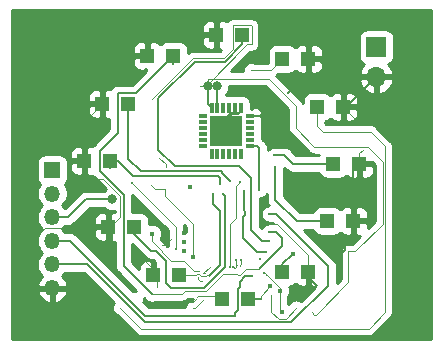
<source format=gbr>
%TF.GenerationSoftware,KiCad,Pcbnew,(5.1.10)-1*%
%TF.CreationDate,2021-12-05T10:22:04+05:30*%
%TF.ProjectId,Libobxis lab,4c69626f-6278-4697-9320-6c61622e6b69,rev?*%
%TF.SameCoordinates,Original*%
%TF.FileFunction,Copper,L1,Top*%
%TF.FilePolarity,Positive*%
%FSLAX46Y46*%
G04 Gerber Fmt 4.6, Leading zero omitted, Abs format (unit mm)*
G04 Created by KiCad (PCBNEW (5.1.10)-1) date 2021-12-05 10:22:04*
%MOMM*%
%LPD*%
G01*
G04 APERTURE LIST*
%TA.AperFunction,SMDPad,CuDef*%
%ADD10R,1.200000X1.200000*%
%TD*%
%TA.AperFunction,ComponentPad*%
%ADD11O,1.350000X1.350000*%
%TD*%
%TA.AperFunction,ComponentPad*%
%ADD12R,1.350000X1.350000*%
%TD*%
%TA.AperFunction,ComponentPad*%
%ADD13O,1.700000X1.700000*%
%TD*%
%TA.AperFunction,ComponentPad*%
%ADD14R,1.700000X1.700000*%
%TD*%
%TA.AperFunction,SMDPad,CuDef*%
%ADD15R,2.700000X2.600000*%
%TD*%
%TA.AperFunction,SMDPad,CuDef*%
%ADD16R,0.350000X0.850000*%
%TD*%
%TA.AperFunction,SMDPad,CuDef*%
%ADD17R,0.800000X0.350000*%
%TD*%
%TA.AperFunction,ViaPad*%
%ADD18C,0.100000*%
%TD*%
%TA.AperFunction,ViaPad*%
%ADD19C,0.400000*%
%TD*%
%TA.AperFunction,ViaPad*%
%ADD20C,0.200000*%
%TD*%
%TA.AperFunction,ViaPad*%
%ADD21C,0.800000*%
%TD*%
%TA.AperFunction,Conductor*%
%ADD22C,0.010000*%
%TD*%
%TA.AperFunction,Conductor*%
%ADD23C,0.200000*%
%TD*%
%TA.AperFunction,Conductor*%
%ADD24C,0.005000*%
%TD*%
%TA.AperFunction,Conductor*%
%ADD25C,0.001000*%
%TD*%
%TA.AperFunction,Conductor*%
%ADD26C,0.080000*%
%TD*%
%TA.AperFunction,Conductor*%
%ADD27C,0.250000*%
%TD*%
%TA.AperFunction,Conductor*%
%ADD28C,0.030000*%
%TD*%
%TA.AperFunction,Conductor*%
%ADD29C,0.050000*%
%TD*%
%TA.AperFunction,Conductor*%
%ADD30C,0.254000*%
%TD*%
%TA.AperFunction,Conductor*%
%ADD31C,0.100000*%
%TD*%
G04 APERTURE END LIST*
D10*
%TO.P,D7,2*%
%TO.N,GPIO7*%
X124036000Y-72644000D03*
%TO.P,D7,1*%
%TO.N,GND*%
X121836000Y-72644000D03*
%TD*%
D11*
%TO.P,J2,6*%
%TO.N,GND*%
X113284000Y-73754000D03*
%TO.P,J2,5*%
%TO.N,SCK*%
X113284000Y-71754000D03*
%TO.P,J2,4*%
%TO.N,MISO*%
X113284000Y-69754000D03*
%TO.P,J2,3*%
%TO.N,MOSI*%
X113284000Y-67754000D03*
%TO.P,J2,2*%
%TO.N,RST*%
X113284000Y-65754000D03*
D12*
%TO.P,J2,1*%
%TO.N,VCC*%
X113284000Y-63754000D03*
%TD*%
D13*
%TO.P,J1,2*%
%TO.N,GND*%
X140716000Y-55880000D03*
D14*
%TO.P,J1,1*%
%TO.N,Vin*%
X140716000Y-53340000D03*
%TD*%
D15*
%TO.P,IC2,25*%
%TO.N,Net-(IC2-Pad25)*%
X128016000Y-60452000D03*
D16*
%TO.P,IC2,24*%
%TO.N,SDA*%
X126766000Y-58477000D03*
%TO.P,IC2,23*%
%TO.N,SCL*%
X127266000Y-58477000D03*
%TO.P,IC2,22*%
%TO.N,Net-(IC2-Pad22)*%
X127766000Y-58477000D03*
%TO.P,IC2,21*%
%TO.N,Net-(IC2-Pad21)*%
X128266000Y-58477000D03*
%TO.P,IC2,20*%
%TO.N,Net-(IC2-Pad20)*%
X128766000Y-58477000D03*
%TO.P,IC2,19*%
%TO.N,Net-(IC2-Pad19)*%
X129266000Y-58477000D03*
D17*
%TO.P,IC2,18*%
%TO.N,GND*%
X130016000Y-59202000D03*
%TO.P,IC2,17*%
%TO.N,Net-(IC2-Pad17)*%
X130016000Y-59702000D03*
%TO.P,IC2,16*%
%TO.N,Net-(IC2-Pad16)*%
X130016000Y-60202000D03*
%TO.P,IC2,15*%
%TO.N,Net-(IC2-Pad15)*%
X130016000Y-60702000D03*
%TO.P,IC2,14*%
%TO.N,Net-(IC2-Pad14)*%
X130016000Y-61202000D03*
%TO.P,IC2,13*%
%TO.N,VCC*%
X130016000Y-61702000D03*
D16*
%TO.P,IC2,12*%
%TO.N,Net-(IC2-Pad12)*%
X129266000Y-62427000D03*
%TO.P,IC2,11*%
%TO.N,Net-(IC2-Pad11)*%
X128766000Y-62427000D03*
%TO.P,IC2,10*%
%TO.N,Net-(IC2-Pad10)*%
X128266000Y-62427000D03*
%TO.P,IC2,9*%
%TO.N,Net-(IC2-Pad9)*%
X127766000Y-62427000D03*
%TO.P,IC2,8*%
%TO.N,Net-(IC2-Pad8)*%
X127266000Y-62427000D03*
%TO.P,IC2,7*%
%TO.N,Net-(IC2-Pad7)*%
X126766000Y-62427000D03*
D17*
%TO.P,IC2,6*%
%TO.N,Net-(IC2-Pad6)*%
X126016000Y-61702000D03*
%TO.P,IC2,5*%
%TO.N,Net-(IC2-Pad5)*%
X126016000Y-61202000D03*
%TO.P,IC2,4*%
%TO.N,Net-(IC2-Pad4)*%
X126016000Y-60702000D03*
%TO.P,IC2,3*%
%TO.N,Net-(IC2-Pad3)*%
X126016000Y-60202000D03*
%TO.P,IC2,2*%
%TO.N,Net-(IC2-Pad2)*%
X126016000Y-59702000D03*
%TO.P,IC2,1*%
%TO.N,Net-(IC2-Pad1)*%
X126016000Y-59202000D03*
%TD*%
D10*
%TO.P,D12,2*%
%TO.N,GPIO12*%
X129370000Y-52324000D03*
%TO.P,D12,1*%
%TO.N,GND*%
X127170000Y-52324000D03*
%TD*%
%TO.P,D11,2*%
%TO.N,GPIO11*%
X123528000Y-54102000D03*
%TO.P,D11,1*%
%TO.N,GND*%
X121328000Y-54102000D03*
%TD*%
%TO.P,D10,2*%
%TO.N,GPIO10*%
X119718000Y-58166000D03*
%TO.P,D10,1*%
%TO.N,GND*%
X117518000Y-58166000D03*
%TD*%
%TO.P,D9,2*%
%TO.N,GPIO9*%
X118194000Y-62992000D03*
%TO.P,D9,1*%
%TO.N,GND*%
X115994000Y-62992000D03*
%TD*%
%TO.P,D8,2*%
%TO.N,GPIO8*%
X120226000Y-68580000D03*
%TO.P,D8,1*%
%TO.N,GND*%
X118026000Y-68580000D03*
%TD*%
%TO.P,D6,2*%
%TO.N,GPIO6*%
X129878000Y-74676000D03*
%TO.P,D6,1*%
%TO.N,GND*%
X127678000Y-74676000D03*
%TD*%
%TO.P,D5,2*%
%TO.N,GPIO5*%
X132758000Y-72390000D03*
%TO.P,D5,1*%
%TO.N,GND*%
X134958000Y-72390000D03*
%TD*%
%TO.P,D4,2*%
%TO.N,GPIO4*%
X136568000Y-68072000D03*
%TO.P,D4,1*%
%TO.N,GND*%
X138768000Y-68072000D03*
%TD*%
%TO.P,D3,2*%
%TO.N,GPIO3*%
X137076000Y-63246000D03*
%TO.P,D3,1*%
%TO.N,GND*%
X139276000Y-63246000D03*
%TD*%
%TO.P,D2,2*%
%TO.N,GPIO2*%
X135722000Y-58420000D03*
%TO.P,D2,1*%
%TO.N,GND*%
X137922000Y-58420000D03*
%TD*%
%TO.P,D1,2*%
%TO.N,GPIO1*%
X132758000Y-54356000D03*
%TO.P,D1,1*%
%TO.N,GND*%
X134958000Y-54356000D03*
%TD*%
D18*
%TO.N,*%
X127780000Y-73750000D03*
X127850000Y-73040000D03*
X127870000Y-72810000D03*
%TO.N,GND*%
X125530000Y-74550000D03*
X124660000Y-74930000D03*
X122150000Y-73670000D03*
X121530000Y-71020000D03*
X121860000Y-70220000D03*
X122570000Y-70120000D03*
X123460000Y-69480000D03*
X123990000Y-69260000D03*
%TO.N,GPIO1*%
X122830000Y-65390000D03*
X130130000Y-55300000D03*
X121610000Y-65000000D03*
D19*
X125222000Y-71120000D03*
D18*
X122360000Y-62720000D03*
X122920000Y-63460000D03*
%TO.N,GND*%
X120610000Y-70920000D03*
X118320000Y-71010000D03*
X139360000Y-59780000D03*
X139580000Y-62040000D03*
X135680000Y-73540000D03*
X132760000Y-57820000D03*
X133200000Y-57290000D03*
X137620000Y-73120000D03*
D20*
X131673600Y-68262500D03*
D19*
X124460000Y-69088000D03*
D18*
%TO.N,GPIO2*%
X125620000Y-72810000D03*
X125990000Y-73170000D03*
X126620000Y-71940000D03*
X126190000Y-72480000D03*
X125220000Y-75420000D03*
X126090000Y-74680000D03*
X120350000Y-74650000D03*
D19*
X124460000Y-70612000D03*
D18*
X119040000Y-75416990D03*
D20*
%TO.N,GPIO3*%
X132097780Y-62527180D03*
%TO.N,GPIO4*%
X132181600Y-63469520D03*
D19*
%TO.N,GPIO5*%
X133686790Y-70827900D03*
%TO.N,GPIO6*%
X124932440Y-65186560D03*
X131737100Y-73609200D03*
D20*
%TO.N,GPIO7*%
X126900940Y-65770760D03*
%TO.N,GPIO8*%
X127701040Y-65763140D03*
%TO.N,GPIO9*%
X127508000Y-64973200D03*
%TO.N,GPIO10*%
X128371600Y-64668400D03*
%TO.N,GPIO11*%
X131650740Y-69019420D03*
%TO.N,GPIO12*%
X131605020Y-69778880D03*
D19*
%TO.N,VCC*%
X124460000Y-69850000D03*
D20*
X130801350Y-65432940D03*
D18*
%TO.N,SDA*%
X129170000Y-71900000D03*
X130898900Y-73990200D03*
X135255000Y-75806300D03*
D21*
X126492000Y-56642000D03*
D20*
X129235200Y-71399400D03*
D18*
X131838700Y-74379990D03*
X133921500Y-75400010D03*
D20*
%TO.N,SCL*%
X120002300Y-64820800D03*
X128562100Y-72009000D03*
X128866900Y-71399400D03*
D21*
X127254000Y-56642000D03*
D20*
X123745900Y-70418600D03*
%TO.N,SCK*%
X131653280Y-67477640D03*
%TO.N,MISO*%
X129491740Y-65529460D03*
X131384040Y-70688200D03*
X130215640Y-72765920D03*
%TO.N,MOSI*%
X128333500Y-71932800D03*
X129184400Y-64770000D03*
D21*
X118381780Y-66233040D03*
D19*
X121767600Y-69138800D03*
D18*
X125679200Y-72288400D03*
D19*
%TO.N,RST*%
X132588000Y-73964800D03*
D20*
X131241800Y-72517000D03*
X130848100Y-71323200D03*
D19*
X132740400Y-75750010D03*
%TD*%
D22*
%TO.N,GPIO1*%
X125222000Y-71120000D02*
X125222000Y-68352000D01*
X122830000Y-65960000D02*
X122830000Y-65390000D01*
X125222000Y-68352000D02*
X122830000Y-65960000D01*
X122000000Y-65390000D02*
X121610000Y-65000000D01*
X122830000Y-65390000D02*
X122000000Y-65390000D01*
X122920000Y-63280000D02*
X122360000Y-62720000D01*
X122920000Y-63460000D02*
X122920000Y-63280000D01*
X131814000Y-55300000D02*
X132758000Y-54356000D01*
X130130000Y-55300000D02*
X131814000Y-55300000D01*
D23*
%TO.N,GND*%
X134958000Y-54356000D02*
X135816000Y-54356000D01*
X137922000Y-56462000D02*
X137922000Y-58420000D01*
X135816000Y-54356000D02*
X137922000Y-56462000D01*
X137620000Y-70930687D02*
X138040000Y-70510687D01*
X137620000Y-73120000D02*
X137620000Y-70930687D01*
X138040000Y-70510687D02*
X138040000Y-69970000D01*
X138768000Y-69242000D02*
X138768000Y-68072000D01*
X138040000Y-69970000D02*
X138768000Y-69242000D01*
X138768000Y-63754000D02*
X139276000Y-63246000D01*
X138768000Y-68072000D02*
X138768000Y-63754000D01*
X130016000Y-59202000D02*
X131788000Y-59202000D01*
X131788000Y-58792000D02*
X132760000Y-57820000D01*
X131788000Y-59202000D02*
X131788000Y-58792000D01*
X134958000Y-55532000D02*
X133241406Y-57248594D01*
X134958000Y-54356000D02*
X134958000Y-55532000D01*
X138176000Y-58420000D02*
X140716000Y-55880000D01*
X137922000Y-58420000D02*
X138176000Y-58420000D01*
X134958000Y-72818000D02*
X135680000Y-73540000D01*
X134958000Y-72390000D02*
X134958000Y-72818000D01*
D22*
X113284000Y-73754000D02*
X112364000Y-73754000D01*
X112364000Y-73754000D02*
X112100000Y-73490000D01*
X112100000Y-73490000D02*
X112100000Y-69280000D01*
X112100000Y-69280000D02*
X112680000Y-68700000D01*
X117906000Y-68700000D02*
X118026000Y-68580000D01*
X112680000Y-68700000D02*
X117906000Y-68700000D01*
X118026000Y-68580000D02*
X118140000Y-68580000D01*
X118140000Y-68580000D02*
X119020989Y-67699011D01*
X119020989Y-67699011D02*
X119020989Y-65990339D01*
X119020989Y-65990339D02*
X117580650Y-64550000D01*
X117580650Y-64550000D02*
X116410000Y-64550000D01*
X115994000Y-64134000D02*
X115994000Y-62992000D01*
X116410000Y-64550000D02*
X115994000Y-64134000D01*
X115994000Y-59690000D02*
X117518000Y-58166000D01*
X115994000Y-62992000D02*
X115994000Y-59690000D01*
X117518000Y-58166000D02*
X117518000Y-55772000D01*
X119188000Y-54102000D02*
X121328000Y-54102000D01*
X117518000Y-55772000D02*
X119188000Y-54102000D01*
X121328000Y-54102000D02*
X121328000Y-53242000D01*
X122246000Y-52324000D02*
X127170000Y-52324000D01*
X121328000Y-53242000D02*
X122246000Y-52324000D01*
D24*
X134958000Y-72390000D02*
X134958000Y-70948000D01*
X134958000Y-70948000D02*
X132320000Y-68310000D01*
X131721100Y-68310000D02*
X131673600Y-68262500D01*
X132320000Y-68310000D02*
X131721100Y-68310000D01*
X139276000Y-62344000D02*
X139580000Y-62040000D01*
X139276000Y-63246000D02*
X139276000Y-62344000D01*
X139282000Y-59780000D02*
X137922000Y-58420000D01*
X139360000Y-59780000D02*
X139282000Y-59780000D01*
X121836000Y-72644000D02*
X121836000Y-72276000D01*
X121836000Y-72146000D02*
X120610000Y-70920000D01*
X121836000Y-72644000D02*
X121836000Y-72146000D01*
X118320000Y-68874000D02*
X118026000Y-68580000D01*
X118320000Y-71010000D02*
X118320000Y-68874000D01*
X122820000Y-70120000D02*
X123460000Y-69480000D01*
X122570000Y-70120000D02*
X122820000Y-70120000D01*
X125184810Y-74930000D02*
X125530000Y-74584810D01*
X124660000Y-74930000D02*
X125184810Y-74930000D01*
D25*
X122150000Y-72958000D02*
X121836000Y-72644000D01*
X122150000Y-73670000D02*
X122150000Y-72958000D01*
X125650501Y-74429499D02*
X125530000Y-74550000D01*
X127431499Y-74429499D02*
X125650501Y-74429499D01*
X127678000Y-74676000D02*
X127431499Y-74429499D01*
D22*
%TO.N,GPIO2*%
X141469610Y-61739610D02*
X141469610Y-75780390D01*
X140250000Y-60520000D02*
X141469610Y-61739610D01*
X136180000Y-60520000D02*
X140250000Y-60520000D01*
X135722000Y-58420000D02*
X135722000Y-60062000D01*
X120813010Y-77190000D02*
X119040000Y-75416990D01*
X140060000Y-77190000D02*
X120813010Y-77190000D01*
X135722000Y-60062000D02*
X136180000Y-60520000D01*
X141469610Y-75780390D02*
X140060000Y-77190000D01*
X125350000Y-75420000D02*
X126090000Y-74680000D01*
X125220000Y-75420000D02*
X125350000Y-75420000D01*
D24*
X126180000Y-72480000D02*
X126174109Y-72485891D01*
X126190000Y-72480000D02*
X126180000Y-72480000D01*
X126085891Y-72485891D02*
X126080000Y-72480000D01*
X126174109Y-72485891D02*
X126085891Y-72485891D01*
X126620000Y-71940000D02*
X126080000Y-72480000D01*
X125990000Y-73170000D02*
X125780000Y-73170000D01*
D25*
X125590000Y-72970000D02*
X125590000Y-72980000D01*
X125620000Y-72940000D02*
X125590000Y-72970000D01*
D24*
X125780000Y-73170000D02*
X125590000Y-72980000D01*
D25*
X125620000Y-72940000D02*
X125620000Y-72810000D01*
D23*
%TO.N,GPIO3*%
X137076000Y-63246000D02*
X133657340Y-63246000D01*
X132938520Y-62527180D02*
X132097780Y-62527180D01*
X133657340Y-63246000D02*
X132938520Y-62527180D01*
%TO.N,GPIO4*%
X136568000Y-68072000D02*
X133967220Y-68072000D01*
X132181600Y-66286380D02*
X132181600Y-63469520D01*
X133967220Y-68072000D02*
X132181600Y-66286380D01*
%TO.N,GPIO5*%
X132758000Y-71756690D02*
X133686790Y-70827900D01*
X132758000Y-72390000D02*
X132758000Y-71756690D01*
%TO.N,GPIO6*%
X129878000Y-74676000D02*
X130916680Y-74676000D01*
D26*
X130916680Y-74429620D02*
X131737100Y-73609200D01*
X130916680Y-74676000D02*
X130916680Y-74429620D01*
D23*
%TO.N,GPIO7*%
X126637500Y-72644000D02*
X127507999Y-71773501D01*
X127507999Y-71773501D02*
X127507999Y-67113684D01*
X127507999Y-67113684D02*
X127413284Y-67113684D01*
X126900940Y-66601340D02*
X126900940Y-65770760D01*
X127413284Y-67113684D02*
X126900940Y-66601340D01*
D24*
X126590599Y-72690901D02*
X126637500Y-72644000D01*
X125741201Y-72557499D02*
X125502501Y-72557499D01*
X125916203Y-72732501D02*
X125741201Y-72557499D01*
X126311201Y-72732501D02*
X125916203Y-72732501D01*
X126399702Y-72644000D02*
X126311201Y-72732501D01*
X126637500Y-72644000D02*
X126399702Y-72644000D01*
X125416000Y-72644000D02*
X125414000Y-72644000D01*
X125502501Y-72557499D02*
X125416000Y-72644000D01*
D25*
X125414000Y-72644000D02*
X125415258Y-72644000D01*
X124036000Y-72644000D02*
X125414000Y-72644000D01*
D23*
%TO.N,GPIO8*%
X127908010Y-71939190D02*
X127908010Y-65970110D01*
X123309380Y-73710800D02*
X126136400Y-73710800D01*
X127908010Y-65970110D02*
X127701040Y-65763140D01*
X122943620Y-73345040D02*
X123309380Y-73710800D01*
X126136400Y-73710800D02*
X127908010Y-71939190D01*
X122943620Y-71455280D02*
X122943620Y-73345040D01*
X122100340Y-70612000D02*
X122943620Y-71455280D01*
X121666000Y-70612000D02*
X122100340Y-70612000D01*
X120226000Y-69172000D02*
X121666000Y-70612000D01*
X120226000Y-68580000D02*
X120226000Y-69172000D01*
%TO.N,GPIO9*%
X118194000Y-62992000D02*
X118194000Y-63584000D01*
X120142000Y-64262000D02*
X127311685Y-64262000D01*
X118872000Y-62992000D02*
X120142000Y-64262000D01*
X118194000Y-62992000D02*
X118872000Y-62992000D01*
X127508000Y-64458315D02*
X127311685Y-64262000D01*
X127508000Y-64973200D02*
X127508000Y-64458315D01*
%TO.N,GPIO10*%
X127673675Y-63861990D02*
X120757990Y-63861990D01*
X119718000Y-62822000D02*
X119718000Y-58166000D01*
X120757990Y-63861990D02*
X119718000Y-62822000D01*
X127673675Y-63970475D02*
X127673675Y-63861990D01*
X128371600Y-64668400D02*
X127673675Y-63970475D01*
%TO.N,GPIO11*%
X123528000Y-54102000D02*
X123528000Y-54780000D01*
X132216425Y-69019420D02*
X131650740Y-69019420D01*
X132694680Y-70222668D02*
X132694680Y-69497675D01*
X130867708Y-72049640D02*
X132694680Y-70222668D01*
X132694680Y-69497675D02*
X132216425Y-69019420D01*
X119325999Y-65864001D02*
X119325999Y-71874001D01*
X117293999Y-63832001D02*
X119325999Y-65864001D01*
X119325999Y-71874001D02*
X121734298Y-74282300D01*
X117293999Y-62151999D02*
X117293999Y-63832001D01*
X118817999Y-60627999D02*
X117293999Y-62151999D01*
X118817999Y-57325999D02*
X118817999Y-60627999D01*
X118877999Y-57265999D02*
X118817999Y-57325999D01*
X120364001Y-57265999D02*
X118877999Y-57265999D01*
X123528000Y-54102000D02*
X120364001Y-57265999D01*
D24*
X129675141Y-72163419D02*
X130703679Y-72163419D01*
X130703679Y-72163419D02*
X130842583Y-72024515D01*
D25*
X121734298Y-74282300D02*
X124227700Y-74282300D01*
X124227700Y-74282300D02*
X124498690Y-74011310D01*
X126260875Y-74011310D02*
X126436910Y-73835274D01*
X124498690Y-74011310D02*
X126260875Y-74011310D01*
X127712685Y-72559499D02*
X128919499Y-72559499D01*
X126436910Y-73835274D02*
X127712685Y-72559499D01*
X128919499Y-72559499D02*
X129000000Y-72640000D01*
X129198560Y-72640000D02*
X129204280Y-72634280D01*
D24*
X129204280Y-72634280D02*
X129675141Y-72163419D01*
D25*
X129000000Y-72640000D02*
X129198560Y-72640000D01*
D24*
X129197100Y-72641460D02*
X129204280Y-72634280D01*
D23*
%TO.N,GPIO12*%
X125349000Y-54584600D02*
X127909400Y-54584600D01*
X127909400Y-54584600D02*
X129370000Y-53124000D01*
X131605020Y-69778880D02*
X131039335Y-69778880D01*
X131039335Y-69778880D02*
X130101331Y-68840876D01*
X129082800Y-63454280D02*
X123637040Y-63454280D01*
X123637040Y-63454280D02*
X122240040Y-62057280D01*
X129370000Y-53124000D02*
X129370000Y-52324000D01*
X130101331Y-68840876D02*
X130101331Y-64472811D01*
X122240040Y-57693560D02*
X125349000Y-54584600D01*
X130101331Y-64472811D02*
X129082800Y-63454280D01*
X122240040Y-62057280D02*
X122240040Y-57693560D01*
%TO.N,VCC*%
X130616000Y-61702000D02*
X130801350Y-61887350D01*
X130801350Y-61887350D02*
X130801350Y-65432940D01*
X130016000Y-61702000D02*
X130616000Y-61702000D01*
D27*
%TO.N,Net-(IC2-Pad25)*%
X128415998Y-58928000D02*
X129032000Y-58928000D01*
X127519999Y-59823999D02*
X128415998Y-58928000D01*
X127520000Y-60509000D02*
X127519999Y-59823999D01*
D23*
%TO.N,SDA*%
X126492000Y-58203000D02*
X126492000Y-56642000D01*
X126766000Y-58477000D02*
X126492000Y-58203000D01*
D24*
X126279813Y-56642000D02*
X129795312Y-53126501D01*
X130132001Y-53126501D02*
X130172501Y-53086001D01*
X129795312Y-53126501D02*
X130132001Y-53126501D01*
X128607999Y-51521499D02*
X128567499Y-51561999D01*
X128567499Y-53498689D02*
X127784098Y-54282090D01*
X130132001Y-51521499D02*
X128607999Y-51521499D01*
X128567499Y-51561999D02*
X128567499Y-53498689D01*
X130172501Y-51561999D02*
X130132001Y-51521499D01*
X130172501Y-53086001D02*
X130172501Y-51561999D01*
X127784098Y-54282090D02*
X125223697Y-54282090D01*
X125223697Y-54282090D02*
X121754900Y-57750887D01*
X125768100Y-56642000D02*
X126279813Y-56642000D01*
X126492000Y-56642000D02*
X125768100Y-56642000D01*
X126492000Y-56076315D02*
X126535915Y-56032400D01*
X126492000Y-56642000D02*
X126492000Y-56076315D01*
X126535915Y-56032400D02*
X131597400Y-56032400D01*
X131597400Y-56032400D02*
X133883400Y-58318400D01*
X133883400Y-58318400D02*
X133883400Y-60210700D01*
X133883400Y-60210700D02*
X135483600Y-61810900D01*
X135483600Y-61810900D02*
X140030200Y-61810900D01*
X140030200Y-61810900D02*
X141262100Y-63042800D01*
X141262100Y-63042800D02*
X141262100Y-68313300D01*
X141262100Y-68313300D02*
X138938000Y-70637400D01*
X138938000Y-70637400D02*
X138341100Y-70637400D01*
X138341100Y-70637400D02*
X138341100Y-73266300D01*
X138341100Y-73266300D02*
X135585200Y-76022200D01*
X135470900Y-76022200D02*
X135255000Y-75806300D01*
X135585200Y-76022200D02*
X135470900Y-76022200D01*
X129235200Y-71710727D02*
X129235200Y-71399400D01*
X129168613Y-71777314D02*
X129235200Y-71710727D01*
X129170000Y-71778701D02*
X129168613Y-71777314D01*
X129170000Y-71900000D02*
X129170000Y-71778701D01*
X133039709Y-76352511D02*
X133921500Y-75470720D01*
X132451199Y-76352511D02*
X133039709Y-76352511D01*
X131838700Y-75740012D02*
X132451199Y-76352511D01*
X131838700Y-74379990D02*
X131838700Y-75740012D01*
X133921500Y-75470720D02*
X133921500Y-75400010D01*
D23*
%TO.N,SCL*%
X127266000Y-56654000D02*
X127254000Y-56642000D01*
X127266000Y-58477000D02*
X127266000Y-56654000D01*
D28*
X128648501Y-72047100D02*
X128648501Y-72009000D01*
D22*
X128866900Y-71729600D02*
X128866900Y-71399400D01*
X128866900Y-71767700D02*
X128866900Y-71729600D01*
X128892300Y-71793100D02*
X128866900Y-71767700D01*
D28*
X128727200Y-72047100D02*
X128648501Y-72047100D01*
D22*
X128727200Y-72047100D02*
X128828800Y-71945500D01*
X128828800Y-71945500D02*
X128828800Y-71856600D01*
X128828800Y-71856600D02*
X128892300Y-71793100D01*
D26*
X120002300Y-64820800D02*
X123745900Y-68564400D01*
X123745900Y-68564400D02*
X123745900Y-70418600D01*
D23*
%TO.N,SCK*%
X132218965Y-67477640D02*
X136640000Y-71898675D01*
X133527437Y-76655022D02*
X121145662Y-76655022D01*
X136640000Y-73542459D02*
X133527437Y-76655022D01*
X136640000Y-71898675D02*
X136640000Y-73542459D01*
X116244640Y-71754000D02*
X113284000Y-71754000D01*
X121145662Y-76655022D02*
X116244640Y-71754000D01*
X131653280Y-67477640D02*
X132218965Y-67477640D01*
%TO.N,MISO*%
X114823760Y-69754000D02*
X114343700Y-69754000D01*
X119816880Y-74760542D02*
X119816880Y-74747120D01*
X121131490Y-76075152D02*
X119816880Y-74760542D01*
X128772964Y-76081993D02*
X121131490Y-76075152D01*
X130215640Y-72765920D02*
X129638338Y-72765920D01*
X119816880Y-74747120D02*
X114823760Y-69754000D01*
X128772964Y-75830964D02*
X128772964Y-76081993D01*
X114343700Y-69754000D02*
X113284000Y-69754000D01*
X129141220Y-73263038D02*
X129141220Y-73672778D01*
X128977999Y-75516001D02*
X129032963Y-75570965D01*
X129141220Y-73672778D02*
X128977999Y-73835999D01*
X129032963Y-75570965D02*
X128772964Y-75830964D01*
X128977999Y-73835999D02*
X128977999Y-75516001D01*
X129638338Y-72765920D02*
X129141220Y-73263038D01*
X131384040Y-70688200D02*
X130596640Y-70688200D01*
X129401330Y-67766170D02*
X129626360Y-67541140D01*
X129401330Y-69492890D02*
X129401330Y-67766170D01*
X129491740Y-67139820D02*
X129491740Y-65529460D01*
X129626360Y-67274440D02*
X129491740Y-67139820D01*
X129626360Y-67541140D02*
X129626360Y-67274440D01*
D24*
X129954220Y-70045780D02*
X130000000Y-70000000D01*
D23*
X130596640Y-70688200D02*
X129954220Y-70045780D01*
X129954220Y-70045780D02*
X129401330Y-69492890D01*
%TO.N,MOSI*%
X113284000Y-67754000D02*
X114633240Y-67754000D01*
X116154200Y-66233040D02*
X118381780Y-66233040D01*
X114633240Y-67754000D02*
X116154200Y-66233040D01*
D26*
X128333500Y-71932800D02*
X128333500Y-68353154D01*
X128851739Y-65102661D02*
X129184400Y-64770000D01*
X128851739Y-67834915D02*
X128851739Y-65102661D01*
X128333500Y-68353154D02*
X128851739Y-67834915D01*
D24*
X121767600Y-69138800D02*
X121767600Y-69807600D01*
X122590000Y-70673848D02*
X123370000Y-71453848D01*
X122590000Y-70630000D02*
X122590000Y-70673848D01*
X121767600Y-69807600D02*
X122590000Y-70630000D01*
X125244902Y-72288400D02*
X125679200Y-72288400D01*
X124410350Y-71453848D02*
X125244902Y-72288400D01*
X123370000Y-71453848D02*
X124410350Y-71453848D01*
D29*
%TO.N,RST*%
X131435282Y-72644000D02*
X131419600Y-72644000D01*
X132588000Y-73964800D02*
X132588000Y-73796718D01*
D26*
X132588000Y-73964800D02*
X132588000Y-73774518D01*
X131330482Y-72517000D02*
X131241800Y-72517000D01*
X132588000Y-73774518D02*
X131330482Y-72517000D01*
D29*
X132588000Y-75597610D02*
X132740400Y-75750010D01*
X132588000Y-73964800D02*
X132588000Y-75597610D01*
%TD*%
D30*
%TO.N,GND*%
X145390000Y-78080000D02*
X109880000Y-78080000D01*
X109880000Y-74083400D01*
X112016090Y-74083400D01*
X112046762Y-74184528D01*
X112154527Y-74417629D01*
X112305697Y-74625227D01*
X112494463Y-74799344D01*
X112713570Y-74933289D01*
X112954599Y-75021915D01*
X113157000Y-74899085D01*
X113157000Y-73881000D01*
X113411000Y-73881000D01*
X113411000Y-74899085D01*
X113613401Y-75021915D01*
X113854430Y-74933289D01*
X114073537Y-74799344D01*
X114262303Y-74625227D01*
X114413473Y-74417629D01*
X114521238Y-74184528D01*
X114551910Y-74083400D01*
X114428224Y-73881000D01*
X113411000Y-73881000D01*
X113157000Y-73881000D01*
X112139776Y-73881000D01*
X112016090Y-74083400D01*
X109880000Y-74083400D01*
X109880000Y-63079000D01*
X111970928Y-63079000D01*
X111970928Y-64429000D01*
X111983188Y-64553482D01*
X112019498Y-64673180D01*
X112078463Y-64783494D01*
X112157815Y-64880185D01*
X112244697Y-64951487D01*
X112123093Y-65133482D01*
X112024342Y-65371887D01*
X111974000Y-65624976D01*
X111974000Y-65883024D01*
X112024342Y-66136113D01*
X112123093Y-66374518D01*
X112266456Y-66589077D01*
X112431379Y-66754000D01*
X112266456Y-66918923D01*
X112123093Y-67133482D01*
X112024342Y-67371887D01*
X111974000Y-67624976D01*
X111974000Y-67883024D01*
X112024342Y-68136113D01*
X112123093Y-68374518D01*
X112266456Y-68589077D01*
X112431379Y-68754000D01*
X112266456Y-68918923D01*
X112123093Y-69133482D01*
X112024342Y-69371887D01*
X111974000Y-69624976D01*
X111974000Y-69883024D01*
X112024342Y-70136113D01*
X112123093Y-70374518D01*
X112266456Y-70589077D01*
X112431379Y-70754000D01*
X112266456Y-70918923D01*
X112123093Y-71133482D01*
X112024342Y-71371887D01*
X111974000Y-71624976D01*
X111974000Y-71883024D01*
X112024342Y-72136113D01*
X112123093Y-72374518D01*
X112266456Y-72589077D01*
X112438060Y-72760681D01*
X112305697Y-72882773D01*
X112154527Y-73090371D01*
X112046762Y-73323472D01*
X112016090Y-73424600D01*
X112139776Y-73627000D01*
X113157000Y-73627000D01*
X113157000Y-73607000D01*
X113411000Y-73607000D01*
X113411000Y-73627000D01*
X114428224Y-73627000D01*
X114551910Y-73424600D01*
X114521238Y-73323472D01*
X114413473Y-73090371D01*
X114262303Y-72882773D01*
X114129940Y-72760681D01*
X114301544Y-72589077D01*
X114368413Y-72489000D01*
X115940194Y-72489000D01*
X118477323Y-75026129D01*
X118432961Y-75092521D01*
X118381325Y-75217183D01*
X118355000Y-75349523D01*
X118355000Y-75484457D01*
X118381325Y-75616797D01*
X118432961Y-75741459D01*
X118507926Y-75853652D01*
X118603338Y-75949064D01*
X118715531Y-76024029D01*
X118760619Y-76042705D01*
X120338227Y-77620313D01*
X120358272Y-77644738D01*
X120455724Y-77724714D01*
X120455725Y-77724715D01*
X120566907Y-77784143D01*
X120687548Y-77820739D01*
X120813010Y-77833096D01*
X120844444Y-77830000D01*
X140028566Y-77830000D01*
X140060000Y-77833096D01*
X140091434Y-77830000D01*
X140185462Y-77820739D01*
X140306102Y-77784143D01*
X140417285Y-77724715D01*
X140514738Y-77644738D01*
X140534783Y-77620313D01*
X141899923Y-76255173D01*
X141924348Y-76235128D01*
X142004325Y-76137675D01*
X142063753Y-76026492D01*
X142100349Y-75905852D01*
X142109610Y-75811824D01*
X142112706Y-75780390D01*
X142109610Y-75748956D01*
X142109610Y-61771043D01*
X142112706Y-61739609D01*
X142100349Y-61614148D01*
X142097488Y-61604717D01*
X142063753Y-61493508D01*
X142004325Y-61382325D01*
X141924348Y-61284872D01*
X141899930Y-61264833D01*
X140724782Y-60089686D01*
X140704738Y-60065262D01*
X140607285Y-59985285D01*
X140496102Y-59925857D01*
X140375462Y-59889261D01*
X140281434Y-59880000D01*
X140250000Y-59876904D01*
X140218566Y-59880000D01*
X136445097Y-59880000D01*
X136362000Y-59796904D01*
X136362000Y-59654132D01*
X136446482Y-59645812D01*
X136566180Y-59609502D01*
X136676494Y-59550537D01*
X136773185Y-59471185D01*
X136822000Y-59411704D01*
X136870815Y-59471185D01*
X136967506Y-59550537D01*
X137077820Y-59609502D01*
X137197518Y-59645812D01*
X137322000Y-59658072D01*
X137636250Y-59655000D01*
X137795000Y-59496250D01*
X137795000Y-58547000D01*
X138049000Y-58547000D01*
X138049000Y-59496250D01*
X138207750Y-59655000D01*
X138522000Y-59658072D01*
X138646482Y-59645812D01*
X138766180Y-59609502D01*
X138876494Y-59550537D01*
X138973185Y-59471185D01*
X139052537Y-59374494D01*
X139111502Y-59264180D01*
X139147812Y-59144482D01*
X139160072Y-59020000D01*
X139157000Y-58705750D01*
X138998250Y-58547000D01*
X138049000Y-58547000D01*
X137795000Y-58547000D01*
X137775000Y-58547000D01*
X137775000Y-58293000D01*
X137795000Y-58293000D01*
X137795000Y-57343750D01*
X138049000Y-57343750D01*
X138049000Y-58293000D01*
X138998250Y-58293000D01*
X139157000Y-58134250D01*
X139160072Y-57820000D01*
X139147812Y-57695518D01*
X139111502Y-57575820D01*
X139052537Y-57465506D01*
X138973185Y-57368815D01*
X138876494Y-57289463D01*
X138766180Y-57230498D01*
X138646482Y-57194188D01*
X138522000Y-57181928D01*
X138207750Y-57185000D01*
X138049000Y-57343750D01*
X137795000Y-57343750D01*
X137636250Y-57185000D01*
X137322000Y-57181928D01*
X137197518Y-57194188D01*
X137077820Y-57230498D01*
X136967506Y-57289463D01*
X136870815Y-57368815D01*
X136822000Y-57428296D01*
X136773185Y-57368815D01*
X136676494Y-57289463D01*
X136566180Y-57230498D01*
X136446482Y-57194188D01*
X136322000Y-57181928D01*
X135122000Y-57181928D01*
X134997518Y-57194188D01*
X134877820Y-57230498D01*
X134767506Y-57289463D01*
X134670815Y-57368815D01*
X134591463Y-57465506D01*
X134532498Y-57575820D01*
X134496188Y-57695518D01*
X134483928Y-57820000D01*
X134483928Y-58101959D01*
X134475222Y-58073259D01*
X134416026Y-57962511D01*
X134336361Y-57865439D01*
X134312042Y-57845481D01*
X132703451Y-56236890D01*
X139274524Y-56236890D01*
X139319175Y-56384099D01*
X139444359Y-56646920D01*
X139618412Y-56880269D01*
X139834645Y-57075178D01*
X140084748Y-57224157D01*
X140359109Y-57321481D01*
X140589000Y-57200814D01*
X140589000Y-56007000D01*
X140843000Y-56007000D01*
X140843000Y-57200814D01*
X141072891Y-57321481D01*
X141347252Y-57224157D01*
X141597355Y-57075178D01*
X141813588Y-56880269D01*
X141987641Y-56646920D01*
X142112825Y-56384099D01*
X142157476Y-56236890D01*
X142036155Y-56007000D01*
X140843000Y-56007000D01*
X140589000Y-56007000D01*
X139395845Y-56007000D01*
X139274524Y-56236890D01*
X132703451Y-56236890D01*
X132242682Y-55776122D01*
X132268738Y-55754738D01*
X132288783Y-55730313D01*
X132425024Y-55594072D01*
X133358000Y-55594072D01*
X133482482Y-55581812D01*
X133602180Y-55545502D01*
X133712494Y-55486537D01*
X133809185Y-55407185D01*
X133858000Y-55347704D01*
X133906815Y-55407185D01*
X134003506Y-55486537D01*
X134113820Y-55545502D01*
X134233518Y-55581812D01*
X134358000Y-55594072D01*
X134672250Y-55591000D01*
X134831000Y-55432250D01*
X134831000Y-54483000D01*
X135085000Y-54483000D01*
X135085000Y-55432250D01*
X135243750Y-55591000D01*
X135558000Y-55594072D01*
X135682482Y-55581812D01*
X135802180Y-55545502D01*
X135912494Y-55486537D01*
X136009185Y-55407185D01*
X136088537Y-55310494D01*
X136147502Y-55200180D01*
X136183812Y-55080482D01*
X136196072Y-54956000D01*
X136193000Y-54641750D01*
X136034250Y-54483000D01*
X135085000Y-54483000D01*
X134831000Y-54483000D01*
X134811000Y-54483000D01*
X134811000Y-54229000D01*
X134831000Y-54229000D01*
X134831000Y-53279750D01*
X135085000Y-53279750D01*
X135085000Y-54229000D01*
X136034250Y-54229000D01*
X136193000Y-54070250D01*
X136196072Y-53756000D01*
X136183812Y-53631518D01*
X136147502Y-53511820D01*
X136088537Y-53401506D01*
X136009185Y-53304815D01*
X135912494Y-53225463D01*
X135802180Y-53166498D01*
X135682482Y-53130188D01*
X135558000Y-53117928D01*
X135243750Y-53121000D01*
X135085000Y-53279750D01*
X134831000Y-53279750D01*
X134672250Y-53121000D01*
X134358000Y-53117928D01*
X134233518Y-53130188D01*
X134113820Y-53166498D01*
X134003506Y-53225463D01*
X133906815Y-53304815D01*
X133858000Y-53364296D01*
X133809185Y-53304815D01*
X133712494Y-53225463D01*
X133602180Y-53166498D01*
X133482482Y-53130188D01*
X133358000Y-53117928D01*
X132158000Y-53117928D01*
X132033518Y-53130188D01*
X131913820Y-53166498D01*
X131803506Y-53225463D01*
X131706815Y-53304815D01*
X131627463Y-53401506D01*
X131568498Y-53511820D01*
X131532188Y-53631518D01*
X131519928Y-53756000D01*
X131519928Y-54660000D01*
X130374893Y-54660000D01*
X130329807Y-54641325D01*
X130197467Y-54615000D01*
X130062533Y-54615000D01*
X129930193Y-54641325D01*
X129805531Y-54692961D01*
X129693338Y-54767926D01*
X129597926Y-54863338D01*
X129522961Y-54975531D01*
X129471325Y-55100193D01*
X129445000Y-55232533D01*
X129445000Y-55367467D01*
X129450457Y-55394900D01*
X128428473Y-55394900D01*
X130059373Y-53764001D01*
X130100700Y-53764001D01*
X130132001Y-53767084D01*
X130163302Y-53764001D01*
X130163313Y-53764001D01*
X130256973Y-53754776D01*
X130377142Y-53718323D01*
X130487890Y-53659127D01*
X130584962Y-53579462D01*
X130603218Y-53557217D01*
X130625462Y-53538962D01*
X130705127Y-53441890D01*
X130764323Y-53331142D01*
X130800776Y-53210973D01*
X130810001Y-53117313D01*
X130810001Y-53117305D01*
X130813084Y-53086001D01*
X130810001Y-53054697D01*
X130810001Y-52490000D01*
X139227928Y-52490000D01*
X139227928Y-54190000D01*
X139240188Y-54314482D01*
X139276498Y-54434180D01*
X139335463Y-54544494D01*
X139414815Y-54641185D01*
X139511506Y-54720537D01*
X139621820Y-54779502D01*
X139702466Y-54803966D01*
X139618412Y-54879731D01*
X139444359Y-55113080D01*
X139319175Y-55375901D01*
X139274524Y-55523110D01*
X139395845Y-55753000D01*
X140589000Y-55753000D01*
X140589000Y-55733000D01*
X140843000Y-55733000D01*
X140843000Y-55753000D01*
X142036155Y-55753000D01*
X142157476Y-55523110D01*
X142112825Y-55375901D01*
X141987641Y-55113080D01*
X141813588Y-54879731D01*
X141729534Y-54803966D01*
X141810180Y-54779502D01*
X141920494Y-54720537D01*
X142017185Y-54641185D01*
X142096537Y-54544494D01*
X142155502Y-54434180D01*
X142191812Y-54314482D01*
X142204072Y-54190000D01*
X142204072Y-52490000D01*
X142191812Y-52365518D01*
X142155502Y-52245820D01*
X142096537Y-52135506D01*
X142017185Y-52038815D01*
X141920494Y-51959463D01*
X141810180Y-51900498D01*
X141690482Y-51864188D01*
X141566000Y-51851928D01*
X139866000Y-51851928D01*
X139741518Y-51864188D01*
X139621820Y-51900498D01*
X139511506Y-51959463D01*
X139414815Y-52038815D01*
X139335463Y-52135506D01*
X139276498Y-52245820D01*
X139240188Y-52365518D01*
X139227928Y-52490000D01*
X130810001Y-52490000D01*
X130810001Y-51593303D01*
X130813084Y-51561999D01*
X130810001Y-51530695D01*
X130810001Y-51530687D01*
X130800776Y-51437027D01*
X130764323Y-51316858D01*
X130705127Y-51206110D01*
X130625462Y-51109038D01*
X130603218Y-51090782D01*
X130584962Y-51068538D01*
X130487890Y-50988873D01*
X130377142Y-50929677D01*
X130256973Y-50893224D01*
X130163313Y-50883999D01*
X130163302Y-50883999D01*
X130132001Y-50880916D01*
X130100700Y-50883999D01*
X128639303Y-50883999D01*
X128607999Y-50880916D01*
X128576695Y-50883999D01*
X128576687Y-50883999D01*
X128483027Y-50893224D01*
X128362858Y-50929677D01*
X128252110Y-50988873D01*
X128155038Y-51068538D01*
X128136782Y-51090782D01*
X128114538Y-51109038D01*
X128069414Y-51164022D01*
X128014180Y-51134498D01*
X127894482Y-51098188D01*
X127770000Y-51085928D01*
X127455750Y-51089000D01*
X127297000Y-51247750D01*
X127297000Y-52197000D01*
X127317000Y-52197000D01*
X127317000Y-52451000D01*
X127297000Y-52451000D01*
X127297000Y-53400250D01*
X127455750Y-53559000D01*
X127604177Y-53560451D01*
X127520038Y-53644590D01*
X125255001Y-53644590D01*
X125223697Y-53641507D01*
X125192393Y-53644590D01*
X125192385Y-53644590D01*
X125098725Y-53653815D01*
X124978556Y-53690268D01*
X124867808Y-53749464D01*
X124770736Y-53829129D01*
X124766072Y-53834812D01*
X124766072Y-53502000D01*
X124753812Y-53377518D01*
X124717502Y-53257820D01*
X124658537Y-53147506D01*
X124579185Y-53050815D01*
X124482494Y-52971463D01*
X124393699Y-52924000D01*
X125931928Y-52924000D01*
X125944188Y-53048482D01*
X125980498Y-53168180D01*
X126039463Y-53278494D01*
X126118815Y-53375185D01*
X126215506Y-53454537D01*
X126325820Y-53513502D01*
X126445518Y-53549812D01*
X126570000Y-53562072D01*
X126884250Y-53559000D01*
X127043000Y-53400250D01*
X127043000Y-52451000D01*
X126093750Y-52451000D01*
X125935000Y-52609750D01*
X125931928Y-52924000D01*
X124393699Y-52924000D01*
X124372180Y-52912498D01*
X124252482Y-52876188D01*
X124128000Y-52863928D01*
X122928000Y-52863928D01*
X122803518Y-52876188D01*
X122683820Y-52912498D01*
X122573506Y-52971463D01*
X122476815Y-53050815D01*
X122428000Y-53110296D01*
X122379185Y-53050815D01*
X122282494Y-52971463D01*
X122172180Y-52912498D01*
X122052482Y-52876188D01*
X121928000Y-52863928D01*
X121613750Y-52867000D01*
X121455000Y-53025750D01*
X121455000Y-53975000D01*
X121475000Y-53975000D01*
X121475000Y-54229000D01*
X121455000Y-54229000D01*
X121455000Y-54249000D01*
X121201000Y-54249000D01*
X121201000Y-54229000D01*
X120251750Y-54229000D01*
X120093000Y-54387750D01*
X120089928Y-54702000D01*
X120102188Y-54826482D01*
X120138498Y-54946180D01*
X120197463Y-55056494D01*
X120276815Y-55153185D01*
X120373506Y-55232537D01*
X120483820Y-55291502D01*
X120603518Y-55327812D01*
X120728000Y-55340072D01*
X121042250Y-55337000D01*
X121200998Y-55178252D01*
X121200998Y-55337000D01*
X121253553Y-55337000D01*
X120059555Y-56530999D01*
X118914104Y-56530999D01*
X118877999Y-56527443D01*
X118841894Y-56530999D01*
X118733914Y-56541634D01*
X118595366Y-56583662D01*
X118467679Y-56651912D01*
X118355761Y-56743761D01*
X118332740Y-56771812D01*
X118323807Y-56780745D01*
X118295761Y-56803762D01*
X118203912Y-56915680D01*
X118193396Y-56935354D01*
X118118000Y-56927928D01*
X117803750Y-56931000D01*
X117645000Y-57089750D01*
X117645000Y-58039000D01*
X117665000Y-58039000D01*
X117665000Y-58293000D01*
X117645000Y-58293000D01*
X117645000Y-59242250D01*
X117803750Y-59401000D01*
X118083000Y-59403730D01*
X118083000Y-60323551D01*
X116799807Y-61606745D01*
X116771761Y-61629762D01*
X116679912Y-61741680D01*
X116669396Y-61761354D01*
X116594000Y-61753928D01*
X116279750Y-61757000D01*
X116121000Y-61915750D01*
X116121000Y-62865000D01*
X116141000Y-62865000D01*
X116141000Y-63119000D01*
X116121000Y-63119000D01*
X116121000Y-64068250D01*
X116279750Y-64227000D01*
X116594000Y-64230072D01*
X116669397Y-64222646D01*
X116679913Y-64242321D01*
X116771762Y-64354239D01*
X116799807Y-64377255D01*
X117799725Y-65377173D01*
X117722006Y-65429103D01*
X117653069Y-65498040D01*
X116190294Y-65498040D01*
X116154199Y-65494485D01*
X116118104Y-65498040D01*
X116118095Y-65498040D01*
X116010115Y-65508675D01*
X115871567Y-65550703D01*
X115743880Y-65618953D01*
X115631962Y-65710802D01*
X115608946Y-65738847D01*
X114352544Y-66995250D01*
X114301544Y-66918923D01*
X114136621Y-66754000D01*
X114301544Y-66589077D01*
X114444907Y-66374518D01*
X114543658Y-66136113D01*
X114594000Y-65883024D01*
X114594000Y-65624976D01*
X114543658Y-65371887D01*
X114444907Y-65133482D01*
X114323303Y-64951487D01*
X114410185Y-64880185D01*
X114489537Y-64783494D01*
X114548502Y-64673180D01*
X114584812Y-64553482D01*
X114597072Y-64429000D01*
X114597072Y-63592000D01*
X114755928Y-63592000D01*
X114768188Y-63716482D01*
X114804498Y-63836180D01*
X114863463Y-63946494D01*
X114942815Y-64043185D01*
X115039506Y-64122537D01*
X115149820Y-64181502D01*
X115269518Y-64217812D01*
X115394000Y-64230072D01*
X115708250Y-64227000D01*
X115867000Y-64068250D01*
X115867000Y-63119000D01*
X114917750Y-63119000D01*
X114759000Y-63277750D01*
X114755928Y-63592000D01*
X114597072Y-63592000D01*
X114597072Y-63079000D01*
X114584812Y-62954518D01*
X114548502Y-62834820D01*
X114489537Y-62724506D01*
X114410185Y-62627815D01*
X114313494Y-62548463D01*
X114203180Y-62489498D01*
X114083482Y-62453188D01*
X113959000Y-62440928D01*
X112609000Y-62440928D01*
X112484518Y-62453188D01*
X112364820Y-62489498D01*
X112254506Y-62548463D01*
X112157815Y-62627815D01*
X112078463Y-62724506D01*
X112019498Y-62834820D01*
X111983188Y-62954518D01*
X111970928Y-63079000D01*
X109880000Y-63079000D01*
X109880000Y-62392000D01*
X114755928Y-62392000D01*
X114759000Y-62706250D01*
X114917750Y-62865000D01*
X115867000Y-62865000D01*
X115867000Y-61915750D01*
X115708250Y-61757000D01*
X115394000Y-61753928D01*
X115269518Y-61766188D01*
X115149820Y-61802498D01*
X115039506Y-61861463D01*
X114942815Y-61940815D01*
X114863463Y-62037506D01*
X114804498Y-62147820D01*
X114768188Y-62267518D01*
X114755928Y-62392000D01*
X109880000Y-62392000D01*
X109880000Y-58766000D01*
X116279928Y-58766000D01*
X116292188Y-58890482D01*
X116328498Y-59010180D01*
X116387463Y-59120494D01*
X116466815Y-59217185D01*
X116563506Y-59296537D01*
X116673820Y-59355502D01*
X116793518Y-59391812D01*
X116918000Y-59404072D01*
X117232250Y-59401000D01*
X117391000Y-59242250D01*
X117391000Y-58293000D01*
X116441750Y-58293000D01*
X116283000Y-58451750D01*
X116279928Y-58766000D01*
X109880000Y-58766000D01*
X109880000Y-57566000D01*
X116279928Y-57566000D01*
X116283000Y-57880250D01*
X116441750Y-58039000D01*
X117391000Y-58039000D01*
X117391000Y-57089750D01*
X117232250Y-56931000D01*
X116918000Y-56927928D01*
X116793518Y-56940188D01*
X116673820Y-56976498D01*
X116563506Y-57035463D01*
X116466815Y-57114815D01*
X116387463Y-57211506D01*
X116328498Y-57321820D01*
X116292188Y-57441518D01*
X116279928Y-57566000D01*
X109880000Y-57566000D01*
X109880000Y-53502000D01*
X120089928Y-53502000D01*
X120093000Y-53816250D01*
X120251750Y-53975000D01*
X121201000Y-53975000D01*
X121201000Y-53025750D01*
X121042250Y-52867000D01*
X120728000Y-52863928D01*
X120603518Y-52876188D01*
X120483820Y-52912498D01*
X120373506Y-52971463D01*
X120276815Y-53050815D01*
X120197463Y-53147506D01*
X120138498Y-53257820D01*
X120102188Y-53377518D01*
X120089928Y-53502000D01*
X109880000Y-53502000D01*
X109880000Y-51724000D01*
X125931928Y-51724000D01*
X125935000Y-52038250D01*
X126093750Y-52197000D01*
X127043000Y-52197000D01*
X127043000Y-51247750D01*
X126884250Y-51089000D01*
X126570000Y-51085928D01*
X126445518Y-51098188D01*
X126325820Y-51134498D01*
X126215506Y-51193463D01*
X126118815Y-51272815D01*
X126039463Y-51369506D01*
X125980498Y-51479820D01*
X125944188Y-51599518D01*
X125931928Y-51724000D01*
X109880000Y-51724000D01*
X109880000Y-50190000D01*
X145390001Y-50190000D01*
X145390000Y-78080000D01*
%TA.AperFunction,Conductor*%
D31*
G36*
X145390000Y-78080000D02*
G01*
X109880000Y-78080000D01*
X109880000Y-74083400D01*
X112016090Y-74083400D01*
X112046762Y-74184528D01*
X112154527Y-74417629D01*
X112305697Y-74625227D01*
X112494463Y-74799344D01*
X112713570Y-74933289D01*
X112954599Y-75021915D01*
X113157000Y-74899085D01*
X113157000Y-73881000D01*
X113411000Y-73881000D01*
X113411000Y-74899085D01*
X113613401Y-75021915D01*
X113854430Y-74933289D01*
X114073537Y-74799344D01*
X114262303Y-74625227D01*
X114413473Y-74417629D01*
X114521238Y-74184528D01*
X114551910Y-74083400D01*
X114428224Y-73881000D01*
X113411000Y-73881000D01*
X113157000Y-73881000D01*
X112139776Y-73881000D01*
X112016090Y-74083400D01*
X109880000Y-74083400D01*
X109880000Y-63079000D01*
X111970928Y-63079000D01*
X111970928Y-64429000D01*
X111983188Y-64553482D01*
X112019498Y-64673180D01*
X112078463Y-64783494D01*
X112157815Y-64880185D01*
X112244697Y-64951487D01*
X112123093Y-65133482D01*
X112024342Y-65371887D01*
X111974000Y-65624976D01*
X111974000Y-65883024D01*
X112024342Y-66136113D01*
X112123093Y-66374518D01*
X112266456Y-66589077D01*
X112431379Y-66754000D01*
X112266456Y-66918923D01*
X112123093Y-67133482D01*
X112024342Y-67371887D01*
X111974000Y-67624976D01*
X111974000Y-67883024D01*
X112024342Y-68136113D01*
X112123093Y-68374518D01*
X112266456Y-68589077D01*
X112431379Y-68754000D01*
X112266456Y-68918923D01*
X112123093Y-69133482D01*
X112024342Y-69371887D01*
X111974000Y-69624976D01*
X111974000Y-69883024D01*
X112024342Y-70136113D01*
X112123093Y-70374518D01*
X112266456Y-70589077D01*
X112431379Y-70754000D01*
X112266456Y-70918923D01*
X112123093Y-71133482D01*
X112024342Y-71371887D01*
X111974000Y-71624976D01*
X111974000Y-71883024D01*
X112024342Y-72136113D01*
X112123093Y-72374518D01*
X112266456Y-72589077D01*
X112438060Y-72760681D01*
X112305697Y-72882773D01*
X112154527Y-73090371D01*
X112046762Y-73323472D01*
X112016090Y-73424600D01*
X112139776Y-73627000D01*
X113157000Y-73627000D01*
X113157000Y-73607000D01*
X113411000Y-73607000D01*
X113411000Y-73627000D01*
X114428224Y-73627000D01*
X114551910Y-73424600D01*
X114521238Y-73323472D01*
X114413473Y-73090371D01*
X114262303Y-72882773D01*
X114129940Y-72760681D01*
X114301544Y-72589077D01*
X114368413Y-72489000D01*
X115940194Y-72489000D01*
X118477323Y-75026129D01*
X118432961Y-75092521D01*
X118381325Y-75217183D01*
X118355000Y-75349523D01*
X118355000Y-75484457D01*
X118381325Y-75616797D01*
X118432961Y-75741459D01*
X118507926Y-75853652D01*
X118603338Y-75949064D01*
X118715531Y-76024029D01*
X118760619Y-76042705D01*
X120338227Y-77620313D01*
X120358272Y-77644738D01*
X120455724Y-77724714D01*
X120455725Y-77724715D01*
X120566907Y-77784143D01*
X120687548Y-77820739D01*
X120813010Y-77833096D01*
X120844444Y-77830000D01*
X140028566Y-77830000D01*
X140060000Y-77833096D01*
X140091434Y-77830000D01*
X140185462Y-77820739D01*
X140306102Y-77784143D01*
X140417285Y-77724715D01*
X140514738Y-77644738D01*
X140534783Y-77620313D01*
X141899923Y-76255173D01*
X141924348Y-76235128D01*
X142004325Y-76137675D01*
X142063753Y-76026492D01*
X142100349Y-75905852D01*
X142109610Y-75811824D01*
X142112706Y-75780390D01*
X142109610Y-75748956D01*
X142109610Y-61771043D01*
X142112706Y-61739609D01*
X142100349Y-61614148D01*
X142097488Y-61604717D01*
X142063753Y-61493508D01*
X142004325Y-61382325D01*
X141924348Y-61284872D01*
X141899930Y-61264833D01*
X140724782Y-60089686D01*
X140704738Y-60065262D01*
X140607285Y-59985285D01*
X140496102Y-59925857D01*
X140375462Y-59889261D01*
X140281434Y-59880000D01*
X140250000Y-59876904D01*
X140218566Y-59880000D01*
X136445097Y-59880000D01*
X136362000Y-59796904D01*
X136362000Y-59654132D01*
X136446482Y-59645812D01*
X136566180Y-59609502D01*
X136676494Y-59550537D01*
X136773185Y-59471185D01*
X136822000Y-59411704D01*
X136870815Y-59471185D01*
X136967506Y-59550537D01*
X137077820Y-59609502D01*
X137197518Y-59645812D01*
X137322000Y-59658072D01*
X137636250Y-59655000D01*
X137795000Y-59496250D01*
X137795000Y-58547000D01*
X138049000Y-58547000D01*
X138049000Y-59496250D01*
X138207750Y-59655000D01*
X138522000Y-59658072D01*
X138646482Y-59645812D01*
X138766180Y-59609502D01*
X138876494Y-59550537D01*
X138973185Y-59471185D01*
X139052537Y-59374494D01*
X139111502Y-59264180D01*
X139147812Y-59144482D01*
X139160072Y-59020000D01*
X139157000Y-58705750D01*
X138998250Y-58547000D01*
X138049000Y-58547000D01*
X137795000Y-58547000D01*
X137775000Y-58547000D01*
X137775000Y-58293000D01*
X137795000Y-58293000D01*
X137795000Y-57343750D01*
X138049000Y-57343750D01*
X138049000Y-58293000D01*
X138998250Y-58293000D01*
X139157000Y-58134250D01*
X139160072Y-57820000D01*
X139147812Y-57695518D01*
X139111502Y-57575820D01*
X139052537Y-57465506D01*
X138973185Y-57368815D01*
X138876494Y-57289463D01*
X138766180Y-57230498D01*
X138646482Y-57194188D01*
X138522000Y-57181928D01*
X138207750Y-57185000D01*
X138049000Y-57343750D01*
X137795000Y-57343750D01*
X137636250Y-57185000D01*
X137322000Y-57181928D01*
X137197518Y-57194188D01*
X137077820Y-57230498D01*
X136967506Y-57289463D01*
X136870815Y-57368815D01*
X136822000Y-57428296D01*
X136773185Y-57368815D01*
X136676494Y-57289463D01*
X136566180Y-57230498D01*
X136446482Y-57194188D01*
X136322000Y-57181928D01*
X135122000Y-57181928D01*
X134997518Y-57194188D01*
X134877820Y-57230498D01*
X134767506Y-57289463D01*
X134670815Y-57368815D01*
X134591463Y-57465506D01*
X134532498Y-57575820D01*
X134496188Y-57695518D01*
X134483928Y-57820000D01*
X134483928Y-58101959D01*
X134475222Y-58073259D01*
X134416026Y-57962511D01*
X134336361Y-57865439D01*
X134312042Y-57845481D01*
X132703451Y-56236890D01*
X139274524Y-56236890D01*
X139319175Y-56384099D01*
X139444359Y-56646920D01*
X139618412Y-56880269D01*
X139834645Y-57075178D01*
X140084748Y-57224157D01*
X140359109Y-57321481D01*
X140589000Y-57200814D01*
X140589000Y-56007000D01*
X140843000Y-56007000D01*
X140843000Y-57200814D01*
X141072891Y-57321481D01*
X141347252Y-57224157D01*
X141597355Y-57075178D01*
X141813588Y-56880269D01*
X141987641Y-56646920D01*
X142112825Y-56384099D01*
X142157476Y-56236890D01*
X142036155Y-56007000D01*
X140843000Y-56007000D01*
X140589000Y-56007000D01*
X139395845Y-56007000D01*
X139274524Y-56236890D01*
X132703451Y-56236890D01*
X132242682Y-55776122D01*
X132268738Y-55754738D01*
X132288783Y-55730313D01*
X132425024Y-55594072D01*
X133358000Y-55594072D01*
X133482482Y-55581812D01*
X133602180Y-55545502D01*
X133712494Y-55486537D01*
X133809185Y-55407185D01*
X133858000Y-55347704D01*
X133906815Y-55407185D01*
X134003506Y-55486537D01*
X134113820Y-55545502D01*
X134233518Y-55581812D01*
X134358000Y-55594072D01*
X134672250Y-55591000D01*
X134831000Y-55432250D01*
X134831000Y-54483000D01*
X135085000Y-54483000D01*
X135085000Y-55432250D01*
X135243750Y-55591000D01*
X135558000Y-55594072D01*
X135682482Y-55581812D01*
X135802180Y-55545502D01*
X135912494Y-55486537D01*
X136009185Y-55407185D01*
X136088537Y-55310494D01*
X136147502Y-55200180D01*
X136183812Y-55080482D01*
X136196072Y-54956000D01*
X136193000Y-54641750D01*
X136034250Y-54483000D01*
X135085000Y-54483000D01*
X134831000Y-54483000D01*
X134811000Y-54483000D01*
X134811000Y-54229000D01*
X134831000Y-54229000D01*
X134831000Y-53279750D01*
X135085000Y-53279750D01*
X135085000Y-54229000D01*
X136034250Y-54229000D01*
X136193000Y-54070250D01*
X136196072Y-53756000D01*
X136183812Y-53631518D01*
X136147502Y-53511820D01*
X136088537Y-53401506D01*
X136009185Y-53304815D01*
X135912494Y-53225463D01*
X135802180Y-53166498D01*
X135682482Y-53130188D01*
X135558000Y-53117928D01*
X135243750Y-53121000D01*
X135085000Y-53279750D01*
X134831000Y-53279750D01*
X134672250Y-53121000D01*
X134358000Y-53117928D01*
X134233518Y-53130188D01*
X134113820Y-53166498D01*
X134003506Y-53225463D01*
X133906815Y-53304815D01*
X133858000Y-53364296D01*
X133809185Y-53304815D01*
X133712494Y-53225463D01*
X133602180Y-53166498D01*
X133482482Y-53130188D01*
X133358000Y-53117928D01*
X132158000Y-53117928D01*
X132033518Y-53130188D01*
X131913820Y-53166498D01*
X131803506Y-53225463D01*
X131706815Y-53304815D01*
X131627463Y-53401506D01*
X131568498Y-53511820D01*
X131532188Y-53631518D01*
X131519928Y-53756000D01*
X131519928Y-54660000D01*
X130374893Y-54660000D01*
X130329807Y-54641325D01*
X130197467Y-54615000D01*
X130062533Y-54615000D01*
X129930193Y-54641325D01*
X129805531Y-54692961D01*
X129693338Y-54767926D01*
X129597926Y-54863338D01*
X129522961Y-54975531D01*
X129471325Y-55100193D01*
X129445000Y-55232533D01*
X129445000Y-55367467D01*
X129450457Y-55394900D01*
X128428473Y-55394900D01*
X130059373Y-53764001D01*
X130100700Y-53764001D01*
X130132001Y-53767084D01*
X130163302Y-53764001D01*
X130163313Y-53764001D01*
X130256973Y-53754776D01*
X130377142Y-53718323D01*
X130487890Y-53659127D01*
X130584962Y-53579462D01*
X130603218Y-53557217D01*
X130625462Y-53538962D01*
X130705127Y-53441890D01*
X130764323Y-53331142D01*
X130800776Y-53210973D01*
X130810001Y-53117313D01*
X130810001Y-53117305D01*
X130813084Y-53086001D01*
X130810001Y-53054697D01*
X130810001Y-52490000D01*
X139227928Y-52490000D01*
X139227928Y-54190000D01*
X139240188Y-54314482D01*
X139276498Y-54434180D01*
X139335463Y-54544494D01*
X139414815Y-54641185D01*
X139511506Y-54720537D01*
X139621820Y-54779502D01*
X139702466Y-54803966D01*
X139618412Y-54879731D01*
X139444359Y-55113080D01*
X139319175Y-55375901D01*
X139274524Y-55523110D01*
X139395845Y-55753000D01*
X140589000Y-55753000D01*
X140589000Y-55733000D01*
X140843000Y-55733000D01*
X140843000Y-55753000D01*
X142036155Y-55753000D01*
X142157476Y-55523110D01*
X142112825Y-55375901D01*
X141987641Y-55113080D01*
X141813588Y-54879731D01*
X141729534Y-54803966D01*
X141810180Y-54779502D01*
X141920494Y-54720537D01*
X142017185Y-54641185D01*
X142096537Y-54544494D01*
X142155502Y-54434180D01*
X142191812Y-54314482D01*
X142204072Y-54190000D01*
X142204072Y-52490000D01*
X142191812Y-52365518D01*
X142155502Y-52245820D01*
X142096537Y-52135506D01*
X142017185Y-52038815D01*
X141920494Y-51959463D01*
X141810180Y-51900498D01*
X141690482Y-51864188D01*
X141566000Y-51851928D01*
X139866000Y-51851928D01*
X139741518Y-51864188D01*
X139621820Y-51900498D01*
X139511506Y-51959463D01*
X139414815Y-52038815D01*
X139335463Y-52135506D01*
X139276498Y-52245820D01*
X139240188Y-52365518D01*
X139227928Y-52490000D01*
X130810001Y-52490000D01*
X130810001Y-51593303D01*
X130813084Y-51561999D01*
X130810001Y-51530695D01*
X130810001Y-51530687D01*
X130800776Y-51437027D01*
X130764323Y-51316858D01*
X130705127Y-51206110D01*
X130625462Y-51109038D01*
X130603218Y-51090782D01*
X130584962Y-51068538D01*
X130487890Y-50988873D01*
X130377142Y-50929677D01*
X130256973Y-50893224D01*
X130163313Y-50883999D01*
X130163302Y-50883999D01*
X130132001Y-50880916D01*
X130100700Y-50883999D01*
X128639303Y-50883999D01*
X128607999Y-50880916D01*
X128576695Y-50883999D01*
X128576687Y-50883999D01*
X128483027Y-50893224D01*
X128362858Y-50929677D01*
X128252110Y-50988873D01*
X128155038Y-51068538D01*
X128136782Y-51090782D01*
X128114538Y-51109038D01*
X128069414Y-51164022D01*
X128014180Y-51134498D01*
X127894482Y-51098188D01*
X127770000Y-51085928D01*
X127455750Y-51089000D01*
X127297000Y-51247750D01*
X127297000Y-52197000D01*
X127317000Y-52197000D01*
X127317000Y-52451000D01*
X127297000Y-52451000D01*
X127297000Y-53400250D01*
X127455750Y-53559000D01*
X127604177Y-53560451D01*
X127520038Y-53644590D01*
X125255001Y-53644590D01*
X125223697Y-53641507D01*
X125192393Y-53644590D01*
X125192385Y-53644590D01*
X125098725Y-53653815D01*
X124978556Y-53690268D01*
X124867808Y-53749464D01*
X124770736Y-53829129D01*
X124766072Y-53834812D01*
X124766072Y-53502000D01*
X124753812Y-53377518D01*
X124717502Y-53257820D01*
X124658537Y-53147506D01*
X124579185Y-53050815D01*
X124482494Y-52971463D01*
X124393699Y-52924000D01*
X125931928Y-52924000D01*
X125944188Y-53048482D01*
X125980498Y-53168180D01*
X126039463Y-53278494D01*
X126118815Y-53375185D01*
X126215506Y-53454537D01*
X126325820Y-53513502D01*
X126445518Y-53549812D01*
X126570000Y-53562072D01*
X126884250Y-53559000D01*
X127043000Y-53400250D01*
X127043000Y-52451000D01*
X126093750Y-52451000D01*
X125935000Y-52609750D01*
X125931928Y-52924000D01*
X124393699Y-52924000D01*
X124372180Y-52912498D01*
X124252482Y-52876188D01*
X124128000Y-52863928D01*
X122928000Y-52863928D01*
X122803518Y-52876188D01*
X122683820Y-52912498D01*
X122573506Y-52971463D01*
X122476815Y-53050815D01*
X122428000Y-53110296D01*
X122379185Y-53050815D01*
X122282494Y-52971463D01*
X122172180Y-52912498D01*
X122052482Y-52876188D01*
X121928000Y-52863928D01*
X121613750Y-52867000D01*
X121455000Y-53025750D01*
X121455000Y-53975000D01*
X121475000Y-53975000D01*
X121475000Y-54229000D01*
X121455000Y-54229000D01*
X121455000Y-54249000D01*
X121201000Y-54249000D01*
X121201000Y-54229000D01*
X120251750Y-54229000D01*
X120093000Y-54387750D01*
X120089928Y-54702000D01*
X120102188Y-54826482D01*
X120138498Y-54946180D01*
X120197463Y-55056494D01*
X120276815Y-55153185D01*
X120373506Y-55232537D01*
X120483820Y-55291502D01*
X120603518Y-55327812D01*
X120728000Y-55340072D01*
X121042250Y-55337000D01*
X121200998Y-55178252D01*
X121200998Y-55337000D01*
X121253553Y-55337000D01*
X120059555Y-56530999D01*
X118914104Y-56530999D01*
X118877999Y-56527443D01*
X118841894Y-56530999D01*
X118733914Y-56541634D01*
X118595366Y-56583662D01*
X118467679Y-56651912D01*
X118355761Y-56743761D01*
X118332740Y-56771812D01*
X118323807Y-56780745D01*
X118295761Y-56803762D01*
X118203912Y-56915680D01*
X118193396Y-56935354D01*
X118118000Y-56927928D01*
X117803750Y-56931000D01*
X117645000Y-57089750D01*
X117645000Y-58039000D01*
X117665000Y-58039000D01*
X117665000Y-58293000D01*
X117645000Y-58293000D01*
X117645000Y-59242250D01*
X117803750Y-59401000D01*
X118083000Y-59403730D01*
X118083000Y-60323551D01*
X116799807Y-61606745D01*
X116771761Y-61629762D01*
X116679912Y-61741680D01*
X116669396Y-61761354D01*
X116594000Y-61753928D01*
X116279750Y-61757000D01*
X116121000Y-61915750D01*
X116121000Y-62865000D01*
X116141000Y-62865000D01*
X116141000Y-63119000D01*
X116121000Y-63119000D01*
X116121000Y-64068250D01*
X116279750Y-64227000D01*
X116594000Y-64230072D01*
X116669397Y-64222646D01*
X116679913Y-64242321D01*
X116771762Y-64354239D01*
X116799807Y-64377255D01*
X117799725Y-65377173D01*
X117722006Y-65429103D01*
X117653069Y-65498040D01*
X116190294Y-65498040D01*
X116154199Y-65494485D01*
X116118104Y-65498040D01*
X116118095Y-65498040D01*
X116010115Y-65508675D01*
X115871567Y-65550703D01*
X115743880Y-65618953D01*
X115631962Y-65710802D01*
X115608946Y-65738847D01*
X114352544Y-66995250D01*
X114301544Y-66918923D01*
X114136621Y-66754000D01*
X114301544Y-66589077D01*
X114444907Y-66374518D01*
X114543658Y-66136113D01*
X114594000Y-65883024D01*
X114594000Y-65624976D01*
X114543658Y-65371887D01*
X114444907Y-65133482D01*
X114323303Y-64951487D01*
X114410185Y-64880185D01*
X114489537Y-64783494D01*
X114548502Y-64673180D01*
X114584812Y-64553482D01*
X114597072Y-64429000D01*
X114597072Y-63592000D01*
X114755928Y-63592000D01*
X114768188Y-63716482D01*
X114804498Y-63836180D01*
X114863463Y-63946494D01*
X114942815Y-64043185D01*
X115039506Y-64122537D01*
X115149820Y-64181502D01*
X115269518Y-64217812D01*
X115394000Y-64230072D01*
X115708250Y-64227000D01*
X115867000Y-64068250D01*
X115867000Y-63119000D01*
X114917750Y-63119000D01*
X114759000Y-63277750D01*
X114755928Y-63592000D01*
X114597072Y-63592000D01*
X114597072Y-63079000D01*
X114584812Y-62954518D01*
X114548502Y-62834820D01*
X114489537Y-62724506D01*
X114410185Y-62627815D01*
X114313494Y-62548463D01*
X114203180Y-62489498D01*
X114083482Y-62453188D01*
X113959000Y-62440928D01*
X112609000Y-62440928D01*
X112484518Y-62453188D01*
X112364820Y-62489498D01*
X112254506Y-62548463D01*
X112157815Y-62627815D01*
X112078463Y-62724506D01*
X112019498Y-62834820D01*
X111983188Y-62954518D01*
X111970928Y-63079000D01*
X109880000Y-63079000D01*
X109880000Y-62392000D01*
X114755928Y-62392000D01*
X114759000Y-62706250D01*
X114917750Y-62865000D01*
X115867000Y-62865000D01*
X115867000Y-61915750D01*
X115708250Y-61757000D01*
X115394000Y-61753928D01*
X115269518Y-61766188D01*
X115149820Y-61802498D01*
X115039506Y-61861463D01*
X114942815Y-61940815D01*
X114863463Y-62037506D01*
X114804498Y-62147820D01*
X114768188Y-62267518D01*
X114755928Y-62392000D01*
X109880000Y-62392000D01*
X109880000Y-58766000D01*
X116279928Y-58766000D01*
X116292188Y-58890482D01*
X116328498Y-59010180D01*
X116387463Y-59120494D01*
X116466815Y-59217185D01*
X116563506Y-59296537D01*
X116673820Y-59355502D01*
X116793518Y-59391812D01*
X116918000Y-59404072D01*
X117232250Y-59401000D01*
X117391000Y-59242250D01*
X117391000Y-58293000D01*
X116441750Y-58293000D01*
X116283000Y-58451750D01*
X116279928Y-58766000D01*
X109880000Y-58766000D01*
X109880000Y-57566000D01*
X116279928Y-57566000D01*
X116283000Y-57880250D01*
X116441750Y-58039000D01*
X117391000Y-58039000D01*
X117391000Y-57089750D01*
X117232250Y-56931000D01*
X116918000Y-56927928D01*
X116793518Y-56940188D01*
X116673820Y-56976498D01*
X116563506Y-57035463D01*
X116466815Y-57114815D01*
X116387463Y-57211506D01*
X116328498Y-57321820D01*
X116292188Y-57441518D01*
X116279928Y-57566000D01*
X109880000Y-57566000D01*
X109880000Y-53502000D01*
X120089928Y-53502000D01*
X120093000Y-53816250D01*
X120251750Y-53975000D01*
X121201000Y-53975000D01*
X121201000Y-53025750D01*
X121042250Y-52867000D01*
X120728000Y-52863928D01*
X120603518Y-52876188D01*
X120483820Y-52912498D01*
X120373506Y-52971463D01*
X120276815Y-53050815D01*
X120197463Y-53147506D01*
X120138498Y-53257820D01*
X120102188Y-53377518D01*
X120089928Y-53502000D01*
X109880000Y-53502000D01*
X109880000Y-51724000D01*
X125931928Y-51724000D01*
X125935000Y-52038250D01*
X126093750Y-52197000D01*
X127043000Y-52197000D01*
X127043000Y-51247750D01*
X126884250Y-51089000D01*
X126570000Y-51085928D01*
X126445518Y-51098188D01*
X126325820Y-51134498D01*
X126215506Y-51193463D01*
X126118815Y-51272815D01*
X126039463Y-51369506D01*
X125980498Y-51479820D01*
X125944188Y-51599518D01*
X125931928Y-51724000D01*
X109880000Y-51724000D01*
X109880000Y-50190000D01*
X145390001Y-50190000D01*
X145390000Y-78080000D01*
G37*
%TD.AperFunction*%
D30*
X121240104Y-74827553D02*
X121323978Y-74896386D01*
X121451664Y-74964636D01*
X121590212Y-75006665D01*
X121734297Y-75020855D01*
X121878382Y-75006665D01*
X122016931Y-74964636D01*
X122104554Y-74917800D01*
X124196497Y-74917800D01*
X124227700Y-74920873D01*
X124258903Y-74917800D01*
X124258911Y-74917800D01*
X124352280Y-74908604D01*
X124472072Y-74872265D01*
X124582473Y-74813255D01*
X124679240Y-74733840D01*
X124699143Y-74709588D01*
X124761921Y-74646810D01*
X125218094Y-74646810D01*
X125124285Y-74740619D01*
X125020193Y-74761325D01*
X124895531Y-74812961D01*
X124783338Y-74887926D01*
X124687926Y-74983338D01*
X124612961Y-75095531D01*
X124561325Y-75220193D01*
X124536856Y-75343201D01*
X121436209Y-75340425D01*
X120990198Y-74894414D01*
X121008675Y-74849807D01*
X121035000Y-74717467D01*
X121035000Y-74622449D01*
X121240104Y-74827553D01*
%TA.AperFunction,Conductor*%
D31*
G36*
X121240104Y-74827553D02*
G01*
X121323978Y-74896386D01*
X121451664Y-74964636D01*
X121590212Y-75006665D01*
X121734297Y-75020855D01*
X121878382Y-75006665D01*
X122016931Y-74964636D01*
X122104554Y-74917800D01*
X124196497Y-74917800D01*
X124227700Y-74920873D01*
X124258903Y-74917800D01*
X124258911Y-74917800D01*
X124352280Y-74908604D01*
X124472072Y-74872265D01*
X124582473Y-74813255D01*
X124679240Y-74733840D01*
X124699143Y-74709588D01*
X124761921Y-74646810D01*
X125218094Y-74646810D01*
X125124285Y-74740619D01*
X125020193Y-74761325D01*
X124895531Y-74812961D01*
X124783338Y-74887926D01*
X124687926Y-74983338D01*
X124612961Y-75095531D01*
X124561325Y-75220193D01*
X124536856Y-75343201D01*
X121436209Y-75340425D01*
X120990198Y-74894414D01*
X121008675Y-74849807D01*
X121035000Y-74717467D01*
X121035000Y-74622449D01*
X121240104Y-74827553D01*
G37*
%TD.AperFunction*%
D30*
X135085000Y-72263000D02*
X135105000Y-72263000D01*
X135105000Y-72517000D01*
X135085000Y-72517000D01*
X135085000Y-73466250D01*
X135243750Y-73625000D01*
X135515357Y-73627655D01*
X134308356Y-74834657D01*
X134245969Y-74792971D01*
X134121307Y-74741335D01*
X133988967Y-74715010D01*
X133854033Y-74715010D01*
X133721693Y-74741335D01*
X133597031Y-74792971D01*
X133484838Y-74867936D01*
X133389426Y-74963348D01*
X133314461Y-75075541D01*
X133294643Y-75123385D01*
X133272681Y-75101423D01*
X133248000Y-75084932D01*
X133248000Y-74480000D01*
X133327967Y-74360321D01*
X133390911Y-74208360D01*
X133423000Y-74047040D01*
X133423000Y-73882560D01*
X133390911Y-73721240D01*
X133352320Y-73628072D01*
X133358000Y-73628072D01*
X133482482Y-73615812D01*
X133602180Y-73579502D01*
X133712494Y-73520537D01*
X133809185Y-73441185D01*
X133858000Y-73381704D01*
X133906815Y-73441185D01*
X134003506Y-73520537D01*
X134113820Y-73579502D01*
X134233518Y-73615812D01*
X134358000Y-73628072D01*
X134672250Y-73625000D01*
X134831000Y-73466250D01*
X134831000Y-72517000D01*
X134811000Y-72517000D01*
X134811000Y-72263000D01*
X134831000Y-72263000D01*
X134831000Y-72243000D01*
X135085000Y-72243000D01*
X135085000Y-72263000D01*
%TA.AperFunction,Conductor*%
D31*
G36*
X135085000Y-72263000D02*
G01*
X135105000Y-72263000D01*
X135105000Y-72517000D01*
X135085000Y-72517000D01*
X135085000Y-73466250D01*
X135243750Y-73625000D01*
X135515357Y-73627655D01*
X134308356Y-74834657D01*
X134245969Y-74792971D01*
X134121307Y-74741335D01*
X133988967Y-74715010D01*
X133854033Y-74715010D01*
X133721693Y-74741335D01*
X133597031Y-74792971D01*
X133484838Y-74867936D01*
X133389426Y-74963348D01*
X133314461Y-75075541D01*
X133294643Y-75123385D01*
X133272681Y-75101423D01*
X133248000Y-75084932D01*
X133248000Y-74480000D01*
X133327967Y-74360321D01*
X133390911Y-74208360D01*
X133423000Y-74047040D01*
X133423000Y-73882560D01*
X133390911Y-73721240D01*
X133352320Y-73628072D01*
X133358000Y-73628072D01*
X133482482Y-73615812D01*
X133602180Y-73579502D01*
X133712494Y-73520537D01*
X133809185Y-73441185D01*
X133858000Y-73381704D01*
X133906815Y-73441185D01*
X134003506Y-73520537D01*
X134113820Y-73579502D01*
X134233518Y-73615812D01*
X134358000Y-73628072D01*
X134672250Y-73625000D01*
X134831000Y-73466250D01*
X134831000Y-72517000D01*
X134811000Y-72517000D01*
X134811000Y-72263000D01*
X134831000Y-72263000D01*
X134831000Y-72243000D01*
X135085000Y-72243000D01*
X135085000Y-72263000D01*
G37*
%TD.AperFunction*%
D30*
X127805000Y-74549000D02*
X127825000Y-74549000D01*
X127825000Y-74803000D01*
X127805000Y-74803000D01*
X127805000Y-74823000D01*
X127551000Y-74823000D01*
X127551000Y-74803000D01*
X127531000Y-74803000D01*
X127531000Y-74549000D01*
X127551000Y-74549000D01*
X127551000Y-74529000D01*
X127805000Y-74529000D01*
X127805000Y-74549000D01*
%TA.AperFunction,Conductor*%
D31*
G36*
X127805000Y-74549000D02*
G01*
X127825000Y-74549000D01*
X127825000Y-74803000D01*
X127805000Y-74803000D01*
X127805000Y-74823000D01*
X127551000Y-74823000D01*
X127551000Y-74803000D01*
X127531000Y-74803000D01*
X127531000Y-74549000D01*
X127551000Y-74549000D01*
X127551000Y-74529000D01*
X127805000Y-74529000D01*
X127805000Y-74549000D01*
G37*
%TD.AperFunction*%
D30*
X117722006Y-67036977D02*
X117891524Y-67150245D01*
X118079882Y-67228266D01*
X118279841Y-67268040D01*
X118483719Y-67268040D01*
X118590999Y-67246701D01*
X118590999Y-67342270D01*
X118311750Y-67345000D01*
X118153000Y-67503750D01*
X118153000Y-68453000D01*
X118173000Y-68453000D01*
X118173000Y-68707000D01*
X118153000Y-68707000D01*
X118153000Y-69656250D01*
X118311750Y-69815000D01*
X118591000Y-69817730D01*
X118591000Y-71837886D01*
X118587443Y-71874001D01*
X118601634Y-72018086D01*
X118642207Y-72151833D01*
X118643663Y-72156634D01*
X118711913Y-72284321D01*
X118803762Y-72396239D01*
X118831807Y-72419255D01*
X120377551Y-73965000D01*
X120282533Y-73965000D01*
X120150193Y-73991325D01*
X120115077Y-74005870D01*
X115369019Y-69259813D01*
X115345998Y-69231762D01*
X115282927Y-69180000D01*
X116787928Y-69180000D01*
X116800188Y-69304482D01*
X116836498Y-69424180D01*
X116895463Y-69534494D01*
X116974815Y-69631185D01*
X117071506Y-69710537D01*
X117181820Y-69769502D01*
X117301518Y-69805812D01*
X117426000Y-69818072D01*
X117740250Y-69815000D01*
X117899000Y-69656250D01*
X117899000Y-68707000D01*
X116949750Y-68707000D01*
X116791000Y-68865750D01*
X116787928Y-69180000D01*
X115282927Y-69180000D01*
X115234080Y-69139913D01*
X115106393Y-69071663D01*
X114967845Y-69029635D01*
X114859865Y-69019000D01*
X114823760Y-69015444D01*
X114787655Y-69019000D01*
X114368413Y-69019000D01*
X114301544Y-68918923D01*
X114136621Y-68754000D01*
X114301544Y-68589077D01*
X114368413Y-68489000D01*
X114597135Y-68489000D01*
X114633240Y-68492556D01*
X114669345Y-68489000D01*
X114777325Y-68478365D01*
X114915873Y-68436337D01*
X115043560Y-68368087D01*
X115155478Y-68276238D01*
X115178498Y-68248188D01*
X115446686Y-67980000D01*
X116787928Y-67980000D01*
X116791000Y-68294250D01*
X116949750Y-68453000D01*
X117899000Y-68453000D01*
X117899000Y-67503750D01*
X117740250Y-67345000D01*
X117426000Y-67341928D01*
X117301518Y-67354188D01*
X117181820Y-67390498D01*
X117071506Y-67449463D01*
X116974815Y-67528815D01*
X116895463Y-67625506D01*
X116836498Y-67735820D01*
X116800188Y-67855518D01*
X116787928Y-67980000D01*
X115446686Y-67980000D01*
X116458647Y-66968040D01*
X117653069Y-66968040D01*
X117722006Y-67036977D01*
%TA.AperFunction,Conductor*%
D31*
G36*
X117722006Y-67036977D02*
G01*
X117891524Y-67150245D01*
X118079882Y-67228266D01*
X118279841Y-67268040D01*
X118483719Y-67268040D01*
X118590999Y-67246701D01*
X118590999Y-67342270D01*
X118311750Y-67345000D01*
X118153000Y-67503750D01*
X118153000Y-68453000D01*
X118173000Y-68453000D01*
X118173000Y-68707000D01*
X118153000Y-68707000D01*
X118153000Y-69656250D01*
X118311750Y-69815000D01*
X118591000Y-69817730D01*
X118591000Y-71837886D01*
X118587443Y-71874001D01*
X118601634Y-72018086D01*
X118642207Y-72151833D01*
X118643663Y-72156634D01*
X118711913Y-72284321D01*
X118803762Y-72396239D01*
X118831807Y-72419255D01*
X120377551Y-73965000D01*
X120282533Y-73965000D01*
X120150193Y-73991325D01*
X120115077Y-74005870D01*
X115369019Y-69259813D01*
X115345998Y-69231762D01*
X115282927Y-69180000D01*
X116787928Y-69180000D01*
X116800188Y-69304482D01*
X116836498Y-69424180D01*
X116895463Y-69534494D01*
X116974815Y-69631185D01*
X117071506Y-69710537D01*
X117181820Y-69769502D01*
X117301518Y-69805812D01*
X117426000Y-69818072D01*
X117740250Y-69815000D01*
X117899000Y-69656250D01*
X117899000Y-68707000D01*
X116949750Y-68707000D01*
X116791000Y-68865750D01*
X116787928Y-69180000D01*
X115282927Y-69180000D01*
X115234080Y-69139913D01*
X115106393Y-69071663D01*
X114967845Y-69029635D01*
X114859865Y-69019000D01*
X114823760Y-69015444D01*
X114787655Y-69019000D01*
X114368413Y-69019000D01*
X114301544Y-68918923D01*
X114136621Y-68754000D01*
X114301544Y-68589077D01*
X114368413Y-68489000D01*
X114597135Y-68489000D01*
X114633240Y-68492556D01*
X114669345Y-68489000D01*
X114777325Y-68478365D01*
X114915873Y-68436337D01*
X115043560Y-68368087D01*
X115155478Y-68276238D01*
X115178498Y-68248188D01*
X115446686Y-67980000D01*
X116787928Y-67980000D01*
X116791000Y-68294250D01*
X116949750Y-68453000D01*
X117899000Y-68453000D01*
X117899000Y-67503750D01*
X117740250Y-67345000D01*
X117426000Y-67341928D01*
X117301518Y-67354188D01*
X117181820Y-67390498D01*
X117071506Y-67449463D01*
X116974815Y-67528815D01*
X116895463Y-67625506D01*
X116836498Y-67735820D01*
X116800188Y-67855518D01*
X116787928Y-67980000D01*
X115446686Y-67980000D01*
X116458647Y-66968040D01*
X117653069Y-66968040D01*
X117722006Y-67036977D01*
G37*
%TD.AperFunction*%
D30*
X140624600Y-63306861D02*
X140624601Y-68049238D01*
X140006031Y-68667808D01*
X140003000Y-68357750D01*
X139844250Y-68199000D01*
X138895000Y-68199000D01*
X138895000Y-69148250D01*
X139053750Y-69307000D01*
X139363809Y-69310031D01*
X138673940Y-69999900D01*
X138372411Y-69999900D01*
X138341100Y-69996816D01*
X138309788Y-69999900D01*
X138216128Y-70009125D01*
X138095959Y-70045578D01*
X137985211Y-70104774D01*
X137888139Y-70184439D01*
X137808474Y-70281511D01*
X137749278Y-70392259D01*
X137712825Y-70512428D01*
X137700516Y-70637400D01*
X137703600Y-70668712D01*
X137703601Y-73002238D01*
X137375000Y-73330839D01*
X137375000Y-71934780D01*
X137378556Y-71898675D01*
X137364365Y-71754590D01*
X137322337Y-71616041D01*
X137254087Y-71488355D01*
X137185253Y-71404481D01*
X137185250Y-71404478D01*
X137162237Y-71376437D01*
X137134197Y-71353425D01*
X134587771Y-68807000D01*
X135345379Y-68807000D01*
X135378498Y-68916180D01*
X135437463Y-69026494D01*
X135516815Y-69123185D01*
X135613506Y-69202537D01*
X135723820Y-69261502D01*
X135843518Y-69297812D01*
X135968000Y-69310072D01*
X137168000Y-69310072D01*
X137292482Y-69297812D01*
X137412180Y-69261502D01*
X137522494Y-69202537D01*
X137619185Y-69123185D01*
X137668000Y-69063704D01*
X137716815Y-69123185D01*
X137813506Y-69202537D01*
X137923820Y-69261502D01*
X138043518Y-69297812D01*
X138168000Y-69310072D01*
X138482250Y-69307000D01*
X138641000Y-69148250D01*
X138641000Y-68199000D01*
X138621000Y-68199000D01*
X138621000Y-67945000D01*
X138641000Y-67945000D01*
X138641000Y-66995750D01*
X138895000Y-66995750D01*
X138895000Y-67945000D01*
X139844250Y-67945000D01*
X140003000Y-67786250D01*
X140006072Y-67472000D01*
X139993812Y-67347518D01*
X139957502Y-67227820D01*
X139898537Y-67117506D01*
X139819185Y-67020815D01*
X139722494Y-66941463D01*
X139612180Y-66882498D01*
X139492482Y-66846188D01*
X139368000Y-66833928D01*
X139053750Y-66837000D01*
X138895000Y-66995750D01*
X138641000Y-66995750D01*
X138482250Y-66837000D01*
X138168000Y-66833928D01*
X138043518Y-66846188D01*
X137923820Y-66882498D01*
X137813506Y-66941463D01*
X137716815Y-67020815D01*
X137668000Y-67080296D01*
X137619185Y-67020815D01*
X137522494Y-66941463D01*
X137412180Y-66882498D01*
X137292482Y-66846188D01*
X137168000Y-66833928D01*
X135968000Y-66833928D01*
X135843518Y-66846188D01*
X135723820Y-66882498D01*
X135613506Y-66941463D01*
X135516815Y-67020815D01*
X135437463Y-67117506D01*
X135378498Y-67227820D01*
X135345379Y-67337000D01*
X134271667Y-67337000D01*
X132916600Y-65981934D01*
X132916600Y-63544707D01*
X133112086Y-63740193D01*
X133135102Y-63768238D01*
X133247020Y-63860087D01*
X133374707Y-63928337D01*
X133471226Y-63957616D01*
X133513254Y-63970365D01*
X133657340Y-63984556D01*
X133693445Y-63981000D01*
X135853379Y-63981000D01*
X135886498Y-64090180D01*
X135945463Y-64200494D01*
X136024815Y-64297185D01*
X136121506Y-64376537D01*
X136231820Y-64435502D01*
X136351518Y-64471812D01*
X136476000Y-64484072D01*
X137676000Y-64484072D01*
X137800482Y-64471812D01*
X137920180Y-64435502D01*
X138030494Y-64376537D01*
X138127185Y-64297185D01*
X138176000Y-64237704D01*
X138224815Y-64297185D01*
X138321506Y-64376537D01*
X138431820Y-64435502D01*
X138551518Y-64471812D01*
X138676000Y-64484072D01*
X138990250Y-64481000D01*
X139149000Y-64322250D01*
X139149000Y-63373000D01*
X139403000Y-63373000D01*
X139403000Y-64322250D01*
X139561750Y-64481000D01*
X139876000Y-64484072D01*
X140000482Y-64471812D01*
X140120180Y-64435502D01*
X140230494Y-64376537D01*
X140327185Y-64297185D01*
X140406537Y-64200494D01*
X140465502Y-64090180D01*
X140501812Y-63970482D01*
X140514072Y-63846000D01*
X140511000Y-63531750D01*
X140352250Y-63373000D01*
X139403000Y-63373000D01*
X139149000Y-63373000D01*
X139129000Y-63373000D01*
X139129000Y-63119000D01*
X139149000Y-63119000D01*
X139149000Y-63099000D01*
X139403000Y-63099000D01*
X139403000Y-63119000D01*
X140352250Y-63119000D01*
X140394495Y-63076755D01*
X140624600Y-63306861D01*
%TA.AperFunction,Conductor*%
D31*
G36*
X140624600Y-63306861D02*
G01*
X140624601Y-68049238D01*
X140006031Y-68667808D01*
X140003000Y-68357750D01*
X139844250Y-68199000D01*
X138895000Y-68199000D01*
X138895000Y-69148250D01*
X139053750Y-69307000D01*
X139363809Y-69310031D01*
X138673940Y-69999900D01*
X138372411Y-69999900D01*
X138341100Y-69996816D01*
X138309788Y-69999900D01*
X138216128Y-70009125D01*
X138095959Y-70045578D01*
X137985211Y-70104774D01*
X137888139Y-70184439D01*
X137808474Y-70281511D01*
X137749278Y-70392259D01*
X137712825Y-70512428D01*
X137700516Y-70637400D01*
X137703600Y-70668712D01*
X137703601Y-73002238D01*
X137375000Y-73330839D01*
X137375000Y-71934780D01*
X137378556Y-71898675D01*
X137364365Y-71754590D01*
X137322337Y-71616041D01*
X137254087Y-71488355D01*
X137185253Y-71404481D01*
X137185250Y-71404478D01*
X137162237Y-71376437D01*
X137134197Y-71353425D01*
X134587771Y-68807000D01*
X135345379Y-68807000D01*
X135378498Y-68916180D01*
X135437463Y-69026494D01*
X135516815Y-69123185D01*
X135613506Y-69202537D01*
X135723820Y-69261502D01*
X135843518Y-69297812D01*
X135968000Y-69310072D01*
X137168000Y-69310072D01*
X137292482Y-69297812D01*
X137412180Y-69261502D01*
X137522494Y-69202537D01*
X137619185Y-69123185D01*
X137668000Y-69063704D01*
X137716815Y-69123185D01*
X137813506Y-69202537D01*
X137923820Y-69261502D01*
X138043518Y-69297812D01*
X138168000Y-69310072D01*
X138482250Y-69307000D01*
X138641000Y-69148250D01*
X138641000Y-68199000D01*
X138621000Y-68199000D01*
X138621000Y-67945000D01*
X138641000Y-67945000D01*
X138641000Y-66995750D01*
X138895000Y-66995750D01*
X138895000Y-67945000D01*
X139844250Y-67945000D01*
X140003000Y-67786250D01*
X140006072Y-67472000D01*
X139993812Y-67347518D01*
X139957502Y-67227820D01*
X139898537Y-67117506D01*
X139819185Y-67020815D01*
X139722494Y-66941463D01*
X139612180Y-66882498D01*
X139492482Y-66846188D01*
X139368000Y-66833928D01*
X139053750Y-66837000D01*
X138895000Y-66995750D01*
X138641000Y-66995750D01*
X138482250Y-66837000D01*
X138168000Y-66833928D01*
X138043518Y-66846188D01*
X137923820Y-66882498D01*
X137813506Y-66941463D01*
X137716815Y-67020815D01*
X137668000Y-67080296D01*
X137619185Y-67020815D01*
X137522494Y-66941463D01*
X137412180Y-66882498D01*
X137292482Y-66846188D01*
X137168000Y-66833928D01*
X135968000Y-66833928D01*
X135843518Y-66846188D01*
X135723820Y-66882498D01*
X135613506Y-66941463D01*
X135516815Y-67020815D01*
X135437463Y-67117506D01*
X135378498Y-67227820D01*
X135345379Y-67337000D01*
X134271667Y-67337000D01*
X132916600Y-65981934D01*
X132916600Y-63544707D01*
X133112086Y-63740193D01*
X133135102Y-63768238D01*
X133247020Y-63860087D01*
X133374707Y-63928337D01*
X133471226Y-63957616D01*
X133513254Y-63970365D01*
X133657340Y-63984556D01*
X133693445Y-63981000D01*
X135853379Y-63981000D01*
X135886498Y-64090180D01*
X135945463Y-64200494D01*
X136024815Y-64297185D01*
X136121506Y-64376537D01*
X136231820Y-64435502D01*
X136351518Y-64471812D01*
X136476000Y-64484072D01*
X137676000Y-64484072D01*
X137800482Y-64471812D01*
X137920180Y-64435502D01*
X138030494Y-64376537D01*
X138127185Y-64297185D01*
X138176000Y-64237704D01*
X138224815Y-64297185D01*
X138321506Y-64376537D01*
X138431820Y-64435502D01*
X138551518Y-64471812D01*
X138676000Y-64484072D01*
X138990250Y-64481000D01*
X139149000Y-64322250D01*
X139149000Y-63373000D01*
X139403000Y-63373000D01*
X139403000Y-64322250D01*
X139561750Y-64481000D01*
X139876000Y-64484072D01*
X140000482Y-64471812D01*
X140120180Y-64435502D01*
X140230494Y-64376537D01*
X140327185Y-64297185D01*
X140406537Y-64200494D01*
X140465502Y-64090180D01*
X140501812Y-63970482D01*
X140514072Y-63846000D01*
X140511000Y-63531750D01*
X140352250Y-63373000D01*
X139403000Y-63373000D01*
X139149000Y-63373000D01*
X139129000Y-63373000D01*
X139129000Y-63119000D01*
X139149000Y-63119000D01*
X139149000Y-63099000D01*
X139403000Y-63099000D01*
X139403000Y-63119000D01*
X140352250Y-63119000D01*
X140394495Y-63076755D01*
X140624600Y-63306861D01*
G37*
%TD.AperFunction*%
D30*
X121120746Y-71106193D02*
X121143762Y-71134238D01*
X121243801Y-71216338D01*
X121255680Y-71226087D01*
X121383366Y-71294337D01*
X121521915Y-71336365D01*
X121666000Y-71350556D01*
X121702105Y-71347000D01*
X121795894Y-71347000D01*
X121989822Y-71540928D01*
X121963000Y-71567750D01*
X121963000Y-72517000D01*
X121983000Y-72517000D01*
X121983000Y-72771000D01*
X121963000Y-72771000D01*
X121963000Y-72791000D01*
X121709000Y-72791000D01*
X121709000Y-72771000D01*
X121689000Y-72771000D01*
X121689000Y-72517000D01*
X121709000Y-72517000D01*
X121709000Y-71567750D01*
X121550250Y-71409000D01*
X121236000Y-71405928D01*
X121111518Y-71418188D01*
X120991820Y-71454498D01*
X120881506Y-71513463D01*
X120784815Y-71592815D01*
X120705463Y-71689506D01*
X120646498Y-71799820D01*
X120610188Y-71919518D01*
X120597928Y-72044000D01*
X120598545Y-72107101D01*
X120060999Y-71569555D01*
X120060999Y-70046445D01*
X121120746Y-71106193D01*
%TA.AperFunction,Conductor*%
D31*
G36*
X121120746Y-71106193D02*
G01*
X121143762Y-71134238D01*
X121243801Y-71216338D01*
X121255680Y-71226087D01*
X121383366Y-71294337D01*
X121521915Y-71336365D01*
X121666000Y-71350556D01*
X121702105Y-71347000D01*
X121795894Y-71347000D01*
X121989822Y-71540928D01*
X121963000Y-71567750D01*
X121963000Y-72517000D01*
X121983000Y-72517000D01*
X121983000Y-72771000D01*
X121963000Y-72771000D01*
X121963000Y-72791000D01*
X121709000Y-72791000D01*
X121709000Y-72771000D01*
X121689000Y-72771000D01*
X121689000Y-72517000D01*
X121709000Y-72517000D01*
X121709000Y-71567750D01*
X121550250Y-71409000D01*
X121236000Y-71405928D01*
X121111518Y-71418188D01*
X120991820Y-71454498D01*
X120881506Y-71513463D01*
X120784815Y-71592815D01*
X120705463Y-71689506D01*
X120646498Y-71799820D01*
X120610188Y-71919518D01*
X120597928Y-72044000D01*
X120598545Y-72107101D01*
X120060999Y-71569555D01*
X120060999Y-70046445D01*
X121120746Y-71106193D01*
G37*
%TD.AperFunction*%
D30*
X123070900Y-68843995D02*
X123070901Y-70127546D01*
X123047905Y-70183063D01*
X123042961Y-70177039D01*
X123018642Y-70157081D01*
X122462832Y-69601272D01*
X122507567Y-69534321D01*
X122570511Y-69382360D01*
X122602600Y-69221040D01*
X122602600Y-69056560D01*
X122570511Y-68895240D01*
X122507567Y-68743279D01*
X122416187Y-68606519D01*
X122299881Y-68490213D01*
X122163121Y-68398833D01*
X122011160Y-68335889D01*
X121849840Y-68303800D01*
X121685360Y-68303800D01*
X121524040Y-68335889D01*
X121464072Y-68360728D01*
X121464072Y-67980000D01*
X121451812Y-67855518D01*
X121415502Y-67735820D01*
X121356537Y-67625506D01*
X121277185Y-67528815D01*
X121180494Y-67449463D01*
X121070180Y-67390498D01*
X120950482Y-67354188D01*
X120826000Y-67341928D01*
X120060999Y-67341928D01*
X120060999Y-65900106D01*
X120064555Y-65864001D01*
X120061676Y-65834770D01*
X123070900Y-68843995D01*
%TA.AperFunction,Conductor*%
D31*
G36*
X123070900Y-68843995D02*
G01*
X123070901Y-70127546D01*
X123047905Y-70183063D01*
X123042961Y-70177039D01*
X123018642Y-70157081D01*
X122462832Y-69601272D01*
X122507567Y-69534321D01*
X122570511Y-69382360D01*
X122602600Y-69221040D01*
X122602600Y-69056560D01*
X122570511Y-68895240D01*
X122507567Y-68743279D01*
X122416187Y-68606519D01*
X122299881Y-68490213D01*
X122163121Y-68398833D01*
X122011160Y-68335889D01*
X121849840Y-68303800D01*
X121685360Y-68303800D01*
X121524040Y-68335889D01*
X121464072Y-68360728D01*
X121464072Y-67980000D01*
X121451812Y-67855518D01*
X121415502Y-67735820D01*
X121356537Y-67625506D01*
X121277185Y-67528815D01*
X121180494Y-67449463D01*
X121070180Y-67390498D01*
X120950482Y-67354188D01*
X120826000Y-67341928D01*
X120060999Y-67341928D01*
X120060999Y-65900106D01*
X120064555Y-65864001D01*
X120061676Y-65834770D01*
X123070900Y-68843995D01*
G37*
%TD.AperFunction*%
D30*
X124582001Y-68617098D02*
X124582001Y-69022909D01*
X124542240Y-69015000D01*
X124420900Y-69015000D01*
X124420900Y-68597552D01*
X124424165Y-68564400D01*
X124420900Y-68531248D01*
X124420900Y-68531241D01*
X124412679Y-68447776D01*
X124582001Y-68617098D01*
%TA.AperFunction,Conductor*%
D31*
G36*
X124582001Y-68617098D02*
G01*
X124582001Y-69022909D01*
X124542240Y-69015000D01*
X124420900Y-69015000D01*
X124420900Y-68597552D01*
X124424165Y-68564400D01*
X124420900Y-68531248D01*
X124420900Y-68531241D01*
X124412679Y-68447776D01*
X124582001Y-68617098D01*
G37*
%TD.AperFunction*%
D30*
X131446600Y-66250275D02*
X131443044Y-66286380D01*
X131455686Y-66414738D01*
X131457235Y-66430464D01*
X131499263Y-66569012D01*
X131567513Y-66696699D01*
X131605216Y-66742640D01*
X131580889Y-66742640D01*
X131545302Y-66749719D01*
X131509195Y-66753275D01*
X131474473Y-66763808D01*
X131438889Y-66770886D01*
X131405371Y-66784770D01*
X131370647Y-66795303D01*
X131338645Y-66812408D01*
X131305127Y-66826292D01*
X131274961Y-66846448D01*
X131242960Y-66863553D01*
X131214914Y-66886570D01*
X131184745Y-66906728D01*
X131159087Y-66932386D01*
X131131042Y-66955402D01*
X131108026Y-66983447D01*
X131082368Y-67009105D01*
X131062210Y-67039274D01*
X131039193Y-67067320D01*
X131022088Y-67099321D01*
X131001932Y-67129487D01*
X130988048Y-67163005D01*
X130970943Y-67195007D01*
X130960410Y-67229731D01*
X130946526Y-67263249D01*
X130939448Y-67298833D01*
X130928915Y-67333555D01*
X130925359Y-67369662D01*
X130918280Y-67405249D01*
X130918280Y-67441535D01*
X130914724Y-67477640D01*
X130918280Y-67513745D01*
X130918280Y-67550031D01*
X130925359Y-67585618D01*
X130928915Y-67621725D01*
X130939448Y-67656447D01*
X130946526Y-67692031D01*
X130960410Y-67725549D01*
X130970943Y-67760273D01*
X130988048Y-67792275D01*
X131001932Y-67825793D01*
X131022088Y-67855959D01*
X131039193Y-67887960D01*
X131062210Y-67916006D01*
X131082368Y-67946175D01*
X131108026Y-67971833D01*
X131131042Y-67999878D01*
X131159087Y-68022894D01*
X131184745Y-68048552D01*
X131214914Y-68068710D01*
X131242960Y-68091727D01*
X131274961Y-68108832D01*
X131305127Y-68128988D01*
X131338645Y-68142872D01*
X131370647Y-68159977D01*
X131405371Y-68170510D01*
X131438889Y-68184394D01*
X131474473Y-68191472D01*
X131509195Y-68202005D01*
X131545302Y-68205561D01*
X131580889Y-68212640D01*
X131914519Y-68212640D01*
X131986299Y-68284420D01*
X131578349Y-68284420D01*
X131542762Y-68291499D01*
X131506655Y-68295055D01*
X131471933Y-68305588D01*
X131436349Y-68312666D01*
X131402831Y-68326550D01*
X131368107Y-68337083D01*
X131336105Y-68354188D01*
X131302587Y-68368072D01*
X131272421Y-68388228D01*
X131240420Y-68405333D01*
X131212374Y-68428350D01*
X131182205Y-68448508D01*
X131156547Y-68474166D01*
X131128502Y-68497182D01*
X131105486Y-68525227D01*
X131079828Y-68550885D01*
X131059670Y-68581054D01*
X131036653Y-68609100D01*
X131019548Y-68641101D01*
X130999392Y-68671267D01*
X130991126Y-68691224D01*
X130836331Y-68536430D01*
X130836331Y-66168051D01*
X130837455Y-66167940D01*
X130873741Y-66167940D01*
X130909328Y-66160861D01*
X130945435Y-66157305D01*
X130980157Y-66146772D01*
X131015741Y-66139694D01*
X131049259Y-66125810D01*
X131083983Y-66115277D01*
X131115985Y-66098172D01*
X131149503Y-66084288D01*
X131179669Y-66064132D01*
X131211670Y-66047027D01*
X131239716Y-66024010D01*
X131269885Y-66003852D01*
X131295543Y-65978194D01*
X131323588Y-65955178D01*
X131346604Y-65927133D01*
X131372262Y-65901475D01*
X131392420Y-65871306D01*
X131415437Y-65843260D01*
X131432542Y-65811259D01*
X131446600Y-65790219D01*
X131446600Y-66250275D01*
%TA.AperFunction,Conductor*%
D31*
G36*
X131446600Y-66250275D02*
G01*
X131443044Y-66286380D01*
X131455686Y-66414738D01*
X131457235Y-66430464D01*
X131499263Y-66569012D01*
X131567513Y-66696699D01*
X131605216Y-66742640D01*
X131580889Y-66742640D01*
X131545302Y-66749719D01*
X131509195Y-66753275D01*
X131474473Y-66763808D01*
X131438889Y-66770886D01*
X131405371Y-66784770D01*
X131370647Y-66795303D01*
X131338645Y-66812408D01*
X131305127Y-66826292D01*
X131274961Y-66846448D01*
X131242960Y-66863553D01*
X131214914Y-66886570D01*
X131184745Y-66906728D01*
X131159087Y-66932386D01*
X131131042Y-66955402D01*
X131108026Y-66983447D01*
X131082368Y-67009105D01*
X131062210Y-67039274D01*
X131039193Y-67067320D01*
X131022088Y-67099321D01*
X131001932Y-67129487D01*
X130988048Y-67163005D01*
X130970943Y-67195007D01*
X130960410Y-67229731D01*
X130946526Y-67263249D01*
X130939448Y-67298833D01*
X130928915Y-67333555D01*
X130925359Y-67369662D01*
X130918280Y-67405249D01*
X130918280Y-67441535D01*
X130914724Y-67477640D01*
X130918280Y-67513745D01*
X130918280Y-67550031D01*
X130925359Y-67585618D01*
X130928915Y-67621725D01*
X130939448Y-67656447D01*
X130946526Y-67692031D01*
X130960410Y-67725549D01*
X130970943Y-67760273D01*
X130988048Y-67792275D01*
X131001932Y-67825793D01*
X131022088Y-67855959D01*
X131039193Y-67887960D01*
X131062210Y-67916006D01*
X131082368Y-67946175D01*
X131108026Y-67971833D01*
X131131042Y-67999878D01*
X131159087Y-68022894D01*
X131184745Y-68048552D01*
X131214914Y-68068710D01*
X131242960Y-68091727D01*
X131274961Y-68108832D01*
X131305127Y-68128988D01*
X131338645Y-68142872D01*
X131370647Y-68159977D01*
X131405371Y-68170510D01*
X131438889Y-68184394D01*
X131474473Y-68191472D01*
X131509195Y-68202005D01*
X131545302Y-68205561D01*
X131580889Y-68212640D01*
X131914519Y-68212640D01*
X131986299Y-68284420D01*
X131578349Y-68284420D01*
X131542762Y-68291499D01*
X131506655Y-68295055D01*
X131471933Y-68305588D01*
X131436349Y-68312666D01*
X131402831Y-68326550D01*
X131368107Y-68337083D01*
X131336105Y-68354188D01*
X131302587Y-68368072D01*
X131272421Y-68388228D01*
X131240420Y-68405333D01*
X131212374Y-68428350D01*
X131182205Y-68448508D01*
X131156547Y-68474166D01*
X131128502Y-68497182D01*
X131105486Y-68525227D01*
X131079828Y-68550885D01*
X131059670Y-68581054D01*
X131036653Y-68609100D01*
X131019548Y-68641101D01*
X130999392Y-68671267D01*
X130991126Y-68691224D01*
X130836331Y-68536430D01*
X130836331Y-66168051D01*
X130837455Y-66167940D01*
X130873741Y-66167940D01*
X130909328Y-66160861D01*
X130945435Y-66157305D01*
X130980157Y-66146772D01*
X131015741Y-66139694D01*
X131049259Y-66125810D01*
X131083983Y-66115277D01*
X131115985Y-66098172D01*
X131149503Y-66084288D01*
X131179669Y-66064132D01*
X131211670Y-66047027D01*
X131239716Y-66024010D01*
X131269885Y-66003852D01*
X131295543Y-65978194D01*
X131323588Y-65955178D01*
X131346604Y-65927133D01*
X131372262Y-65901475D01*
X131392420Y-65871306D01*
X131415437Y-65843260D01*
X131432542Y-65811259D01*
X131446600Y-65790219D01*
X131446600Y-66250275D01*
G37*
%TD.AperFunction*%
D30*
X133245900Y-58582461D02*
X133245901Y-60179389D01*
X133242817Y-60210700D01*
X133245901Y-60242011D01*
X133245901Y-60242012D01*
X133249042Y-60273897D01*
X133255126Y-60335671D01*
X133291578Y-60455840D01*
X133350774Y-60566588D01*
X133401174Y-60628000D01*
X133430440Y-60663661D01*
X133454759Y-60683619D01*
X135010678Y-62239539D01*
X135030639Y-62263861D01*
X135054959Y-62283820D01*
X135054960Y-62283821D01*
X135109018Y-62328185D01*
X135127711Y-62343526D01*
X135238459Y-62402722D01*
X135358628Y-62439175D01*
X135452288Y-62448400D01*
X135452296Y-62448400D01*
X135483600Y-62451483D01*
X135514904Y-62448400D01*
X135872368Y-62448400D01*
X135853379Y-62511000D01*
X133961787Y-62511000D01*
X133483778Y-62032992D01*
X133460758Y-62004942D01*
X133348840Y-61913093D01*
X133221153Y-61844843D01*
X133082605Y-61802815D01*
X132974625Y-61792180D01*
X132938520Y-61788624D01*
X132902415Y-61792180D01*
X132025389Y-61792180D01*
X131989802Y-61799259D01*
X131953695Y-61802815D01*
X131918973Y-61813348D01*
X131883389Y-61820426D01*
X131849871Y-61834310D01*
X131815147Y-61844843D01*
X131783145Y-61861948D01*
X131749627Y-61875832D01*
X131719461Y-61895988D01*
X131687460Y-61913093D01*
X131659414Y-61936110D01*
X131629245Y-61956268D01*
X131603587Y-61981926D01*
X131575542Y-62004942D01*
X131552526Y-62032987D01*
X131536350Y-62049163D01*
X131536350Y-61923444D01*
X131539905Y-61887349D01*
X131536350Y-61851254D01*
X131536350Y-61851245D01*
X131525715Y-61743265D01*
X131483687Y-61604717D01*
X131415437Y-61477030D01*
X131323587Y-61365112D01*
X131295542Y-61342096D01*
X131161259Y-61207813D01*
X131138238Y-61179762D01*
X131054072Y-61110689D01*
X131054072Y-61027000D01*
X131046685Y-60952000D01*
X131054072Y-60877000D01*
X131054072Y-60527000D01*
X131046685Y-60452000D01*
X131054072Y-60377000D01*
X131054072Y-60027000D01*
X131046685Y-59952000D01*
X131054072Y-59877000D01*
X131054072Y-59527000D01*
X131046409Y-59449193D01*
X131051000Y-59408750D01*
X131040525Y-59398275D01*
X131005502Y-59282820D01*
X130946537Y-59172506D01*
X130913725Y-59132525D01*
X131051000Y-58995250D01*
X131038905Y-58888706D01*
X130999956Y-58769840D01*
X130938566Y-58660857D01*
X130857094Y-58565945D01*
X130758672Y-58488751D01*
X130647080Y-58432241D01*
X130526608Y-58398588D01*
X130401886Y-58389084D01*
X130301750Y-58392000D01*
X130143002Y-58550748D01*
X130143002Y-58392000D01*
X130079072Y-58392000D01*
X130079072Y-58052000D01*
X130066812Y-57927518D01*
X130030502Y-57807820D01*
X129971537Y-57697506D01*
X129892185Y-57600815D01*
X129795494Y-57521463D01*
X129685180Y-57462498D01*
X129565482Y-57426188D01*
X129441000Y-57413928D01*
X129091000Y-57413928D01*
X129016000Y-57421315D01*
X128941000Y-57413928D01*
X128591000Y-57413928D01*
X128516000Y-57421315D01*
X128441000Y-57413928D01*
X128091000Y-57413928D01*
X128016000Y-57421315D01*
X128001000Y-57419837D01*
X128001000Y-57358711D01*
X128057937Y-57301774D01*
X128171205Y-57132256D01*
X128249226Y-56943898D01*
X128289000Y-56743939D01*
X128289000Y-56669900D01*
X131333340Y-56669900D01*
X133245900Y-58582461D01*
%TA.AperFunction,Conductor*%
D31*
G36*
X133245900Y-58582461D02*
G01*
X133245901Y-60179389D01*
X133242817Y-60210700D01*
X133245901Y-60242011D01*
X133245901Y-60242012D01*
X133249042Y-60273897D01*
X133255126Y-60335671D01*
X133291578Y-60455840D01*
X133350774Y-60566588D01*
X133401174Y-60628000D01*
X133430440Y-60663661D01*
X133454759Y-60683619D01*
X135010678Y-62239539D01*
X135030639Y-62263861D01*
X135054959Y-62283820D01*
X135054960Y-62283821D01*
X135109018Y-62328185D01*
X135127711Y-62343526D01*
X135238459Y-62402722D01*
X135358628Y-62439175D01*
X135452288Y-62448400D01*
X135452296Y-62448400D01*
X135483600Y-62451483D01*
X135514904Y-62448400D01*
X135872368Y-62448400D01*
X135853379Y-62511000D01*
X133961787Y-62511000D01*
X133483778Y-62032992D01*
X133460758Y-62004942D01*
X133348840Y-61913093D01*
X133221153Y-61844843D01*
X133082605Y-61802815D01*
X132974625Y-61792180D01*
X132938520Y-61788624D01*
X132902415Y-61792180D01*
X132025389Y-61792180D01*
X131989802Y-61799259D01*
X131953695Y-61802815D01*
X131918973Y-61813348D01*
X131883389Y-61820426D01*
X131849871Y-61834310D01*
X131815147Y-61844843D01*
X131783145Y-61861948D01*
X131749627Y-61875832D01*
X131719461Y-61895988D01*
X131687460Y-61913093D01*
X131659414Y-61936110D01*
X131629245Y-61956268D01*
X131603587Y-61981926D01*
X131575542Y-62004942D01*
X131552526Y-62032987D01*
X131536350Y-62049163D01*
X131536350Y-61923444D01*
X131539905Y-61887349D01*
X131536350Y-61851254D01*
X131536350Y-61851245D01*
X131525715Y-61743265D01*
X131483687Y-61604717D01*
X131415437Y-61477030D01*
X131323587Y-61365112D01*
X131295542Y-61342096D01*
X131161259Y-61207813D01*
X131138238Y-61179762D01*
X131054072Y-61110689D01*
X131054072Y-61027000D01*
X131046685Y-60952000D01*
X131054072Y-60877000D01*
X131054072Y-60527000D01*
X131046685Y-60452000D01*
X131054072Y-60377000D01*
X131054072Y-60027000D01*
X131046685Y-59952000D01*
X131054072Y-59877000D01*
X131054072Y-59527000D01*
X131046409Y-59449193D01*
X131051000Y-59408750D01*
X131040525Y-59398275D01*
X131005502Y-59282820D01*
X130946537Y-59172506D01*
X130913725Y-59132525D01*
X131051000Y-58995250D01*
X131038905Y-58888706D01*
X130999956Y-58769840D01*
X130938566Y-58660857D01*
X130857094Y-58565945D01*
X130758672Y-58488751D01*
X130647080Y-58432241D01*
X130526608Y-58398588D01*
X130401886Y-58389084D01*
X130301750Y-58392000D01*
X130143002Y-58550748D01*
X130143002Y-58392000D01*
X130079072Y-58392000D01*
X130079072Y-58052000D01*
X130066812Y-57927518D01*
X130030502Y-57807820D01*
X129971537Y-57697506D01*
X129892185Y-57600815D01*
X129795494Y-57521463D01*
X129685180Y-57462498D01*
X129565482Y-57426188D01*
X129441000Y-57413928D01*
X129091000Y-57413928D01*
X129016000Y-57421315D01*
X128941000Y-57413928D01*
X128591000Y-57413928D01*
X128516000Y-57421315D01*
X128441000Y-57413928D01*
X128091000Y-57413928D01*
X128016000Y-57421315D01*
X128001000Y-57419837D01*
X128001000Y-57358711D01*
X128057937Y-57301774D01*
X128171205Y-57132256D01*
X128249226Y-56943898D01*
X128289000Y-56743939D01*
X128289000Y-56669900D01*
X131333340Y-56669900D01*
X133245900Y-58582461D01*
G37*
%TD.AperFunction*%
%TD*%
M02*

</source>
